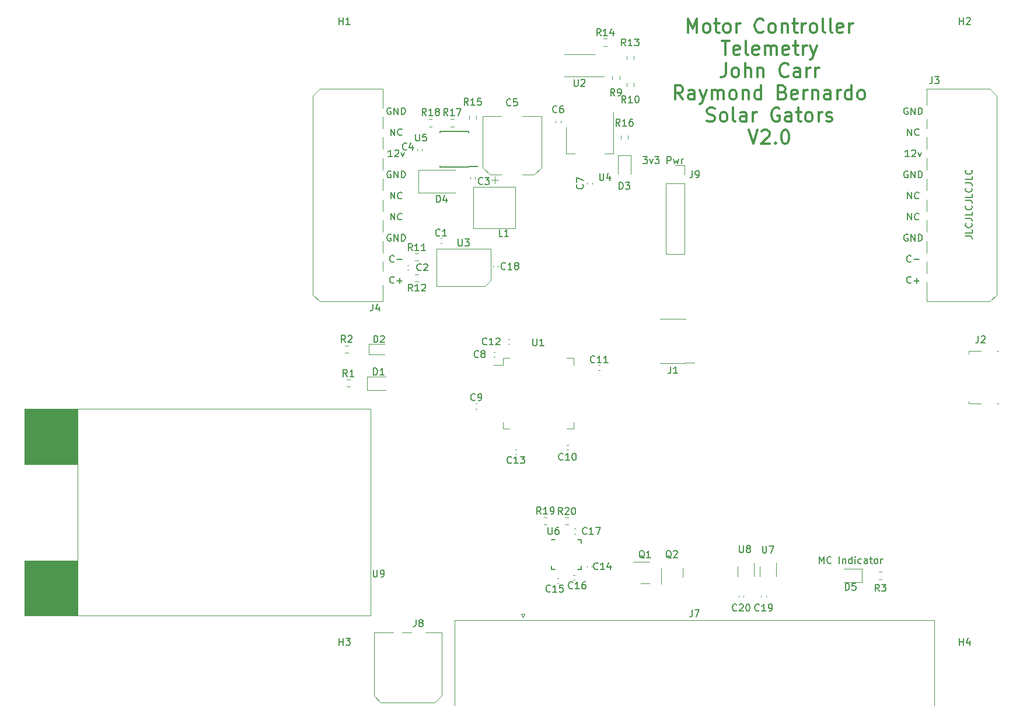
<source format=gbr>
%TF.GenerationSoftware,KiCad,Pcbnew,(6.0.2)*%
%TF.CreationDate,2022-03-24T13:41:09-04:00*%
%TF.ProjectId,MC_Telem,4d435f54-656c-4656-9d2e-6b696361645f,rev?*%
%TF.SameCoordinates,Original*%
%TF.FileFunction,Legend,Top*%
%TF.FilePolarity,Positive*%
%FSLAX46Y46*%
G04 Gerber Fmt 4.6, Leading zero omitted, Abs format (unit mm)*
G04 Created by KiCad (PCBNEW (6.0.2)) date 2022-03-24 13:41:09*
%MOMM*%
%LPD*%
G01*
G04 APERTURE LIST*
%ADD10C,0.150000*%
%ADD11C,0.300000*%
%ADD12C,0.120000*%
%ADD13C,0.100000*%
G04 APERTURE END LIST*
D10*
X170077380Y-91944047D02*
X170791666Y-91944047D01*
X170934523Y-91991666D01*
X171029761Y-92086904D01*
X171077380Y-92229761D01*
X171077380Y-92325000D01*
X171077380Y-90991666D02*
X171077380Y-91467857D01*
X170077380Y-91467857D01*
X170982142Y-90086904D02*
X171029761Y-90134523D01*
X171077380Y-90277380D01*
X171077380Y-90372619D01*
X171029761Y-90515476D01*
X170934523Y-90610714D01*
X170839285Y-90658333D01*
X170648809Y-90705952D01*
X170505952Y-90705952D01*
X170315476Y-90658333D01*
X170220238Y-90610714D01*
X170125000Y-90515476D01*
X170077380Y-90372619D01*
X170077380Y-90277380D01*
X170125000Y-90134523D01*
X170172619Y-90086904D01*
X170077380Y-89372619D02*
X170791666Y-89372619D01*
X170934523Y-89420238D01*
X171029761Y-89515476D01*
X171077380Y-89658333D01*
X171077380Y-89753571D01*
X171077380Y-88420238D02*
X171077380Y-88896428D01*
X170077380Y-88896428D01*
X170982142Y-87515476D02*
X171029761Y-87563095D01*
X171077380Y-87705952D01*
X171077380Y-87801190D01*
X171029761Y-87944047D01*
X170934523Y-88039285D01*
X170839285Y-88086904D01*
X170648809Y-88134523D01*
X170505952Y-88134523D01*
X170315476Y-88086904D01*
X170220238Y-88039285D01*
X170125000Y-87944047D01*
X170077380Y-87801190D01*
X170077380Y-87705952D01*
X170125000Y-87563095D01*
X170172619Y-87515476D01*
X170077380Y-86801190D02*
X170791666Y-86801190D01*
X170934523Y-86848809D01*
X171029761Y-86944047D01*
X171077380Y-87086904D01*
X171077380Y-87182142D01*
X171077380Y-85848809D02*
X171077380Y-86325000D01*
X170077380Y-86325000D01*
X170982142Y-84944047D02*
X171029761Y-84991666D01*
X171077380Y-85134523D01*
X171077380Y-85229761D01*
X171029761Y-85372619D01*
X170934523Y-85467857D01*
X170839285Y-85515476D01*
X170648809Y-85563095D01*
X170505952Y-85563095D01*
X170315476Y-85515476D01*
X170220238Y-85467857D01*
X170125000Y-85372619D01*
X170077380Y-85229761D01*
X170077380Y-85134523D01*
X170125000Y-84991666D01*
X170172619Y-84944047D01*
X170077380Y-84229761D02*
X170791666Y-84229761D01*
X170934523Y-84277380D01*
X171029761Y-84372619D01*
X171077380Y-84515476D01*
X171077380Y-84610714D01*
X171077380Y-83277380D02*
X171077380Y-83753571D01*
X170077380Y-83753571D01*
X170982142Y-82372619D02*
X171029761Y-82420238D01*
X171077380Y-82563095D01*
X171077380Y-82658333D01*
X171029761Y-82801190D01*
X170934523Y-82896428D01*
X170839285Y-82944047D01*
X170648809Y-82991666D01*
X170505952Y-82991666D01*
X170315476Y-82944047D01*
X170220238Y-82896428D01*
X170125000Y-82801190D01*
X170077380Y-82658333D01*
X170077380Y-82563095D01*
X170125000Y-82420238D01*
X170172619Y-82372619D01*
X161738095Y-73389000D02*
X161642857Y-73343761D01*
X161500000Y-73343761D01*
X161357142Y-73389000D01*
X161261904Y-73479476D01*
X161214285Y-73569952D01*
X161166666Y-73750904D01*
X161166666Y-73886619D01*
X161214285Y-74067571D01*
X161261904Y-74158047D01*
X161357142Y-74248523D01*
X161500000Y-74293761D01*
X161595238Y-74293761D01*
X161738095Y-74248523D01*
X161785714Y-74203285D01*
X161785714Y-73886619D01*
X161595238Y-73886619D01*
X162214285Y-74293761D02*
X162214285Y-73343761D01*
X162785714Y-74293761D01*
X162785714Y-73343761D01*
X163261904Y-74293761D02*
X163261904Y-73343761D01*
X163500000Y-73343761D01*
X163642857Y-73389000D01*
X163738095Y-73479476D01*
X163785714Y-73569952D01*
X163833333Y-73750904D01*
X163833333Y-73886619D01*
X163785714Y-74067571D01*
X163738095Y-74158047D01*
X163642857Y-74248523D01*
X163500000Y-74293761D01*
X163261904Y-74293761D01*
X161714285Y-77352761D02*
X161714285Y-76402761D01*
X162285714Y-77352761D01*
X162285714Y-76402761D01*
X163333333Y-77262285D02*
X163285714Y-77307523D01*
X163142857Y-77352761D01*
X163047619Y-77352761D01*
X162904761Y-77307523D01*
X162809523Y-77217047D01*
X162761904Y-77126571D01*
X162714285Y-76945619D01*
X162714285Y-76809904D01*
X162761904Y-76628952D01*
X162809523Y-76538476D01*
X162904761Y-76448000D01*
X163047619Y-76402761D01*
X163142857Y-76402761D01*
X163285714Y-76448000D01*
X163333333Y-76493238D01*
X161928571Y-80411761D02*
X161357142Y-80411761D01*
X161642857Y-80411761D02*
X161642857Y-79461761D01*
X161547619Y-79597476D01*
X161452380Y-79687952D01*
X161357142Y-79733190D01*
X162309523Y-79552238D02*
X162357142Y-79507000D01*
X162452380Y-79461761D01*
X162690476Y-79461761D01*
X162785714Y-79507000D01*
X162833333Y-79552238D01*
X162880952Y-79642714D01*
X162880952Y-79733190D01*
X162833333Y-79868904D01*
X162261904Y-80411761D01*
X162880952Y-80411761D01*
X163214285Y-79778428D02*
X163452380Y-80411761D01*
X163690476Y-79778428D01*
X161738095Y-82566000D02*
X161642857Y-82520761D01*
X161500000Y-82520761D01*
X161357142Y-82566000D01*
X161261904Y-82656476D01*
X161214285Y-82746952D01*
X161166666Y-82927904D01*
X161166666Y-83063619D01*
X161214285Y-83244571D01*
X161261904Y-83335047D01*
X161357142Y-83425523D01*
X161500000Y-83470761D01*
X161595238Y-83470761D01*
X161738095Y-83425523D01*
X161785714Y-83380285D01*
X161785714Y-83063619D01*
X161595238Y-83063619D01*
X162214285Y-83470761D02*
X162214285Y-82520761D01*
X162785714Y-83470761D01*
X162785714Y-82520761D01*
X163261904Y-83470761D02*
X163261904Y-82520761D01*
X163500000Y-82520761D01*
X163642857Y-82566000D01*
X163738095Y-82656476D01*
X163785714Y-82746952D01*
X163833333Y-82927904D01*
X163833333Y-83063619D01*
X163785714Y-83244571D01*
X163738095Y-83335047D01*
X163642857Y-83425523D01*
X163500000Y-83470761D01*
X163261904Y-83470761D01*
X161714285Y-86529761D02*
X161714285Y-85579761D01*
X162285714Y-86529761D01*
X162285714Y-85579761D01*
X163333333Y-86439285D02*
X163285714Y-86484523D01*
X163142857Y-86529761D01*
X163047619Y-86529761D01*
X162904761Y-86484523D01*
X162809523Y-86394047D01*
X162761904Y-86303571D01*
X162714285Y-86122619D01*
X162714285Y-85986904D01*
X162761904Y-85805952D01*
X162809523Y-85715476D01*
X162904761Y-85625000D01*
X163047619Y-85579761D01*
X163142857Y-85579761D01*
X163285714Y-85625000D01*
X163333333Y-85670238D01*
X161714285Y-89588761D02*
X161714285Y-88638761D01*
X162285714Y-89588761D01*
X162285714Y-88638761D01*
X163333333Y-89498285D02*
X163285714Y-89543523D01*
X163142857Y-89588761D01*
X163047619Y-89588761D01*
X162904761Y-89543523D01*
X162809523Y-89453047D01*
X162761904Y-89362571D01*
X162714285Y-89181619D01*
X162714285Y-89045904D01*
X162761904Y-88864952D01*
X162809523Y-88774476D01*
X162904761Y-88684000D01*
X163047619Y-88638761D01*
X163142857Y-88638761D01*
X163285714Y-88684000D01*
X163333333Y-88729238D01*
X161738095Y-91743000D02*
X161642857Y-91697761D01*
X161500000Y-91697761D01*
X161357142Y-91743000D01*
X161261904Y-91833476D01*
X161214285Y-91923952D01*
X161166666Y-92104904D01*
X161166666Y-92240619D01*
X161214285Y-92421571D01*
X161261904Y-92512047D01*
X161357142Y-92602523D01*
X161500000Y-92647761D01*
X161595238Y-92647761D01*
X161738095Y-92602523D01*
X161785714Y-92557285D01*
X161785714Y-92240619D01*
X161595238Y-92240619D01*
X162214285Y-92647761D02*
X162214285Y-91697761D01*
X162785714Y-92647761D01*
X162785714Y-91697761D01*
X163261904Y-92647761D02*
X163261904Y-91697761D01*
X163500000Y-91697761D01*
X163642857Y-91743000D01*
X163738095Y-91833476D01*
X163785714Y-91923952D01*
X163833333Y-92104904D01*
X163833333Y-92240619D01*
X163785714Y-92421571D01*
X163738095Y-92512047D01*
X163642857Y-92602523D01*
X163500000Y-92647761D01*
X163261904Y-92647761D01*
X162190476Y-95616285D02*
X162142857Y-95661523D01*
X162000000Y-95706761D01*
X161904761Y-95706761D01*
X161761904Y-95661523D01*
X161666666Y-95571047D01*
X161619047Y-95480571D01*
X161571428Y-95299619D01*
X161571428Y-95163904D01*
X161619047Y-94982952D01*
X161666666Y-94892476D01*
X161761904Y-94802000D01*
X161904761Y-94756761D01*
X162000000Y-94756761D01*
X162142857Y-94802000D01*
X162190476Y-94847238D01*
X162619047Y-95344857D02*
X163380952Y-95344857D01*
X162190476Y-98675285D02*
X162142857Y-98720523D01*
X162000000Y-98765761D01*
X161904761Y-98765761D01*
X161761904Y-98720523D01*
X161666666Y-98630047D01*
X161619047Y-98539571D01*
X161571428Y-98358619D01*
X161571428Y-98222904D01*
X161619047Y-98041952D01*
X161666666Y-97951476D01*
X161761904Y-97861000D01*
X161904761Y-97815761D01*
X162000000Y-97815761D01*
X162142857Y-97861000D01*
X162190476Y-97906238D01*
X162619047Y-98403857D02*
X163380952Y-98403857D01*
X163000000Y-98765761D02*
X163000000Y-98041952D01*
X148906190Y-139402380D02*
X148906190Y-138402380D01*
X149239523Y-139116666D01*
X149572857Y-138402380D01*
X149572857Y-139402380D01*
X150620476Y-139307142D02*
X150572857Y-139354761D01*
X150430000Y-139402380D01*
X150334761Y-139402380D01*
X150191904Y-139354761D01*
X150096666Y-139259523D01*
X150049047Y-139164285D01*
X150001428Y-138973809D01*
X150001428Y-138830952D01*
X150049047Y-138640476D01*
X150096666Y-138545238D01*
X150191904Y-138450000D01*
X150334761Y-138402380D01*
X150430000Y-138402380D01*
X150572857Y-138450000D01*
X150620476Y-138497619D01*
X151810952Y-139402380D02*
X151810952Y-138402380D01*
X152287142Y-138735714D02*
X152287142Y-139402380D01*
X152287142Y-138830952D02*
X152334761Y-138783333D01*
X152430000Y-138735714D01*
X152572857Y-138735714D01*
X152668095Y-138783333D01*
X152715714Y-138878571D01*
X152715714Y-139402380D01*
X153620476Y-139402380D02*
X153620476Y-138402380D01*
X153620476Y-139354761D02*
X153525238Y-139402380D01*
X153334761Y-139402380D01*
X153239523Y-139354761D01*
X153191904Y-139307142D01*
X153144285Y-139211904D01*
X153144285Y-138926190D01*
X153191904Y-138830952D01*
X153239523Y-138783333D01*
X153334761Y-138735714D01*
X153525238Y-138735714D01*
X153620476Y-138783333D01*
X154096666Y-139402380D02*
X154096666Y-138735714D01*
X154096666Y-138402380D02*
X154049047Y-138450000D01*
X154096666Y-138497619D01*
X154144285Y-138450000D01*
X154096666Y-138402380D01*
X154096666Y-138497619D01*
X155001428Y-139354761D02*
X154906190Y-139402380D01*
X154715714Y-139402380D01*
X154620476Y-139354761D01*
X154572857Y-139307142D01*
X154525238Y-139211904D01*
X154525238Y-138926190D01*
X154572857Y-138830952D01*
X154620476Y-138783333D01*
X154715714Y-138735714D01*
X154906190Y-138735714D01*
X155001428Y-138783333D01*
X155858571Y-139402380D02*
X155858571Y-138878571D01*
X155810952Y-138783333D01*
X155715714Y-138735714D01*
X155525238Y-138735714D01*
X155430000Y-138783333D01*
X155858571Y-139354761D02*
X155763333Y-139402380D01*
X155525238Y-139402380D01*
X155430000Y-139354761D01*
X155382380Y-139259523D01*
X155382380Y-139164285D01*
X155430000Y-139069047D01*
X155525238Y-139021428D01*
X155763333Y-139021428D01*
X155858571Y-138973809D01*
X156191904Y-138735714D02*
X156572857Y-138735714D01*
X156334761Y-138402380D02*
X156334761Y-139259523D01*
X156382380Y-139354761D01*
X156477619Y-139402380D01*
X156572857Y-139402380D01*
X157049047Y-139402380D02*
X156953809Y-139354761D01*
X156906190Y-139307142D01*
X156858571Y-139211904D01*
X156858571Y-138926190D01*
X156906190Y-138830952D01*
X156953809Y-138783333D01*
X157049047Y-138735714D01*
X157191904Y-138735714D01*
X157287142Y-138783333D01*
X157334761Y-138830952D01*
X157382380Y-138926190D01*
X157382380Y-139211904D01*
X157334761Y-139307142D01*
X157287142Y-139354761D01*
X157191904Y-139402380D01*
X157049047Y-139402380D01*
X157810952Y-139402380D02*
X157810952Y-138735714D01*
X157810952Y-138926190D02*
X157858571Y-138830952D01*
X157906190Y-138783333D01*
X158001428Y-138735714D01*
X158096666Y-138735714D01*
X86738095Y-73389000D02*
X86642857Y-73343761D01*
X86500000Y-73343761D01*
X86357142Y-73389000D01*
X86261904Y-73479476D01*
X86214285Y-73569952D01*
X86166666Y-73750904D01*
X86166666Y-73886619D01*
X86214285Y-74067571D01*
X86261904Y-74158047D01*
X86357142Y-74248523D01*
X86500000Y-74293761D01*
X86595238Y-74293761D01*
X86738095Y-74248523D01*
X86785714Y-74203285D01*
X86785714Y-73886619D01*
X86595238Y-73886619D01*
X87214285Y-74293761D02*
X87214285Y-73343761D01*
X87785714Y-74293761D01*
X87785714Y-73343761D01*
X88261904Y-74293761D02*
X88261904Y-73343761D01*
X88500000Y-73343761D01*
X88642857Y-73389000D01*
X88738095Y-73479476D01*
X88785714Y-73569952D01*
X88833333Y-73750904D01*
X88833333Y-73886619D01*
X88785714Y-74067571D01*
X88738095Y-74158047D01*
X88642857Y-74248523D01*
X88500000Y-74293761D01*
X88261904Y-74293761D01*
X86714285Y-77352761D02*
X86714285Y-76402761D01*
X87285714Y-77352761D01*
X87285714Y-76402761D01*
X88333333Y-77262285D02*
X88285714Y-77307523D01*
X88142857Y-77352761D01*
X88047619Y-77352761D01*
X87904761Y-77307523D01*
X87809523Y-77217047D01*
X87761904Y-77126571D01*
X87714285Y-76945619D01*
X87714285Y-76809904D01*
X87761904Y-76628952D01*
X87809523Y-76538476D01*
X87904761Y-76448000D01*
X88047619Y-76402761D01*
X88142857Y-76402761D01*
X88285714Y-76448000D01*
X88333333Y-76493238D01*
X86928571Y-80411761D02*
X86357142Y-80411761D01*
X86642857Y-80411761D02*
X86642857Y-79461761D01*
X86547619Y-79597476D01*
X86452380Y-79687952D01*
X86357142Y-79733190D01*
X87309523Y-79552238D02*
X87357142Y-79507000D01*
X87452380Y-79461761D01*
X87690476Y-79461761D01*
X87785714Y-79507000D01*
X87833333Y-79552238D01*
X87880952Y-79642714D01*
X87880952Y-79733190D01*
X87833333Y-79868904D01*
X87261904Y-80411761D01*
X87880952Y-80411761D01*
X88214285Y-79778428D02*
X88452380Y-80411761D01*
X88690476Y-79778428D01*
X86738095Y-82566000D02*
X86642857Y-82520761D01*
X86500000Y-82520761D01*
X86357142Y-82566000D01*
X86261904Y-82656476D01*
X86214285Y-82746952D01*
X86166666Y-82927904D01*
X86166666Y-83063619D01*
X86214285Y-83244571D01*
X86261904Y-83335047D01*
X86357142Y-83425523D01*
X86500000Y-83470761D01*
X86595238Y-83470761D01*
X86738095Y-83425523D01*
X86785714Y-83380285D01*
X86785714Y-83063619D01*
X86595238Y-83063619D01*
X87214285Y-83470761D02*
X87214285Y-82520761D01*
X87785714Y-83470761D01*
X87785714Y-82520761D01*
X88261904Y-83470761D02*
X88261904Y-82520761D01*
X88500000Y-82520761D01*
X88642857Y-82566000D01*
X88738095Y-82656476D01*
X88785714Y-82746952D01*
X88833333Y-82927904D01*
X88833333Y-83063619D01*
X88785714Y-83244571D01*
X88738095Y-83335047D01*
X88642857Y-83425523D01*
X88500000Y-83470761D01*
X88261904Y-83470761D01*
X86714285Y-86529761D02*
X86714285Y-85579761D01*
X87285714Y-86529761D01*
X87285714Y-85579761D01*
X88333333Y-86439285D02*
X88285714Y-86484523D01*
X88142857Y-86529761D01*
X88047619Y-86529761D01*
X87904761Y-86484523D01*
X87809523Y-86394047D01*
X87761904Y-86303571D01*
X87714285Y-86122619D01*
X87714285Y-85986904D01*
X87761904Y-85805952D01*
X87809523Y-85715476D01*
X87904761Y-85625000D01*
X88047619Y-85579761D01*
X88142857Y-85579761D01*
X88285714Y-85625000D01*
X88333333Y-85670238D01*
X86714285Y-89588761D02*
X86714285Y-88638761D01*
X87285714Y-89588761D01*
X87285714Y-88638761D01*
X88333333Y-89498285D02*
X88285714Y-89543523D01*
X88142857Y-89588761D01*
X88047619Y-89588761D01*
X87904761Y-89543523D01*
X87809523Y-89453047D01*
X87761904Y-89362571D01*
X87714285Y-89181619D01*
X87714285Y-89045904D01*
X87761904Y-88864952D01*
X87809523Y-88774476D01*
X87904761Y-88684000D01*
X88047619Y-88638761D01*
X88142857Y-88638761D01*
X88285714Y-88684000D01*
X88333333Y-88729238D01*
X86738095Y-91743000D02*
X86642857Y-91697761D01*
X86500000Y-91697761D01*
X86357142Y-91743000D01*
X86261904Y-91833476D01*
X86214285Y-91923952D01*
X86166666Y-92104904D01*
X86166666Y-92240619D01*
X86214285Y-92421571D01*
X86261904Y-92512047D01*
X86357142Y-92602523D01*
X86500000Y-92647761D01*
X86595238Y-92647761D01*
X86738095Y-92602523D01*
X86785714Y-92557285D01*
X86785714Y-92240619D01*
X86595238Y-92240619D01*
X87214285Y-92647761D02*
X87214285Y-91697761D01*
X87785714Y-92647761D01*
X87785714Y-91697761D01*
X88261904Y-92647761D02*
X88261904Y-91697761D01*
X88500000Y-91697761D01*
X88642857Y-91743000D01*
X88738095Y-91833476D01*
X88785714Y-91923952D01*
X88833333Y-92104904D01*
X88833333Y-92240619D01*
X88785714Y-92421571D01*
X88738095Y-92512047D01*
X88642857Y-92602523D01*
X88500000Y-92647761D01*
X88261904Y-92647761D01*
X87190476Y-95616285D02*
X87142857Y-95661523D01*
X87000000Y-95706761D01*
X86904761Y-95706761D01*
X86761904Y-95661523D01*
X86666666Y-95571047D01*
X86619047Y-95480571D01*
X86571428Y-95299619D01*
X86571428Y-95163904D01*
X86619047Y-94982952D01*
X86666666Y-94892476D01*
X86761904Y-94802000D01*
X86904761Y-94756761D01*
X87000000Y-94756761D01*
X87142857Y-94802000D01*
X87190476Y-94847238D01*
X87619047Y-95344857D02*
X88380952Y-95344857D01*
X87190476Y-98675285D02*
X87142857Y-98720523D01*
X87000000Y-98765761D01*
X86904761Y-98765761D01*
X86761904Y-98720523D01*
X86666666Y-98630047D01*
X86619047Y-98539571D01*
X86571428Y-98358619D01*
X86571428Y-98222904D01*
X86619047Y-98041952D01*
X86666666Y-97951476D01*
X86761904Y-97861000D01*
X86904761Y-97815761D01*
X87000000Y-97815761D01*
X87142857Y-97861000D01*
X87190476Y-97906238D01*
X87619047Y-98403857D02*
X88380952Y-98403857D01*
X88000000Y-98765761D02*
X88000000Y-98041952D01*
X123315238Y-80442380D02*
X123934285Y-80442380D01*
X123600952Y-80823333D01*
X123743809Y-80823333D01*
X123839047Y-80870952D01*
X123886666Y-80918571D01*
X123934285Y-81013809D01*
X123934285Y-81251904D01*
X123886666Y-81347142D01*
X123839047Y-81394761D01*
X123743809Y-81442380D01*
X123458095Y-81442380D01*
X123362857Y-81394761D01*
X123315238Y-81347142D01*
X124267619Y-80775714D02*
X124505714Y-81442380D01*
X124743809Y-80775714D01*
X125029523Y-80442380D02*
X125648571Y-80442380D01*
X125315238Y-80823333D01*
X125458095Y-80823333D01*
X125553333Y-80870952D01*
X125600952Y-80918571D01*
X125648571Y-81013809D01*
X125648571Y-81251904D01*
X125600952Y-81347142D01*
X125553333Y-81394761D01*
X125458095Y-81442380D01*
X125172380Y-81442380D01*
X125077142Y-81394761D01*
X125029523Y-81347142D01*
X126839047Y-81442380D02*
X126839047Y-80442380D01*
X127220000Y-80442380D01*
X127315238Y-80490000D01*
X127362857Y-80537619D01*
X127410476Y-80632857D01*
X127410476Y-80775714D01*
X127362857Y-80870952D01*
X127315238Y-80918571D01*
X127220000Y-80966190D01*
X126839047Y-80966190D01*
X127743809Y-80775714D02*
X127934285Y-81442380D01*
X128124761Y-80966190D01*
X128315238Y-81442380D01*
X128505714Y-80775714D01*
X128886666Y-81442380D02*
X128886666Y-80775714D01*
X128886666Y-80966190D02*
X128934285Y-80870952D01*
X128981904Y-80823333D01*
X129077142Y-80775714D01*
X129172380Y-80775714D01*
D11*
X129817857Y-62454761D02*
X129817857Y-60454761D01*
X130484523Y-61883333D01*
X131151190Y-60454761D01*
X131151190Y-62454761D01*
X132389285Y-62454761D02*
X132198809Y-62359523D01*
X132103571Y-62264285D01*
X132008333Y-62073809D01*
X132008333Y-61502380D01*
X132103571Y-61311904D01*
X132198809Y-61216666D01*
X132389285Y-61121428D01*
X132675000Y-61121428D01*
X132865476Y-61216666D01*
X132960714Y-61311904D01*
X133055952Y-61502380D01*
X133055952Y-62073809D01*
X132960714Y-62264285D01*
X132865476Y-62359523D01*
X132675000Y-62454761D01*
X132389285Y-62454761D01*
X133627380Y-61121428D02*
X134389285Y-61121428D01*
X133913095Y-60454761D02*
X133913095Y-62169047D01*
X134008333Y-62359523D01*
X134198809Y-62454761D01*
X134389285Y-62454761D01*
X135341666Y-62454761D02*
X135151190Y-62359523D01*
X135055952Y-62264285D01*
X134960714Y-62073809D01*
X134960714Y-61502380D01*
X135055952Y-61311904D01*
X135151190Y-61216666D01*
X135341666Y-61121428D01*
X135627380Y-61121428D01*
X135817857Y-61216666D01*
X135913095Y-61311904D01*
X136008333Y-61502380D01*
X136008333Y-62073809D01*
X135913095Y-62264285D01*
X135817857Y-62359523D01*
X135627380Y-62454761D01*
X135341666Y-62454761D01*
X136865476Y-62454761D02*
X136865476Y-61121428D01*
X136865476Y-61502380D02*
X136960714Y-61311904D01*
X137055952Y-61216666D01*
X137246428Y-61121428D01*
X137436904Y-61121428D01*
X140770238Y-62264285D02*
X140675000Y-62359523D01*
X140389285Y-62454761D01*
X140198809Y-62454761D01*
X139913095Y-62359523D01*
X139722619Y-62169047D01*
X139627380Y-61978571D01*
X139532142Y-61597619D01*
X139532142Y-61311904D01*
X139627380Y-60930952D01*
X139722619Y-60740476D01*
X139913095Y-60550000D01*
X140198809Y-60454761D01*
X140389285Y-60454761D01*
X140675000Y-60550000D01*
X140770238Y-60645238D01*
X141913095Y-62454761D02*
X141722619Y-62359523D01*
X141627380Y-62264285D01*
X141532142Y-62073809D01*
X141532142Y-61502380D01*
X141627380Y-61311904D01*
X141722619Y-61216666D01*
X141913095Y-61121428D01*
X142198809Y-61121428D01*
X142389285Y-61216666D01*
X142484523Y-61311904D01*
X142579761Y-61502380D01*
X142579761Y-62073809D01*
X142484523Y-62264285D01*
X142389285Y-62359523D01*
X142198809Y-62454761D01*
X141913095Y-62454761D01*
X143436904Y-61121428D02*
X143436904Y-62454761D01*
X143436904Y-61311904D02*
X143532142Y-61216666D01*
X143722619Y-61121428D01*
X144008333Y-61121428D01*
X144198809Y-61216666D01*
X144294047Y-61407142D01*
X144294047Y-62454761D01*
X144960714Y-61121428D02*
X145722619Y-61121428D01*
X145246428Y-60454761D02*
X145246428Y-62169047D01*
X145341666Y-62359523D01*
X145532142Y-62454761D01*
X145722619Y-62454761D01*
X146389285Y-62454761D02*
X146389285Y-61121428D01*
X146389285Y-61502380D02*
X146484523Y-61311904D01*
X146579761Y-61216666D01*
X146770238Y-61121428D01*
X146960714Y-61121428D01*
X147913095Y-62454761D02*
X147722619Y-62359523D01*
X147627380Y-62264285D01*
X147532142Y-62073809D01*
X147532142Y-61502380D01*
X147627380Y-61311904D01*
X147722619Y-61216666D01*
X147913095Y-61121428D01*
X148198809Y-61121428D01*
X148389285Y-61216666D01*
X148484523Y-61311904D01*
X148579761Y-61502380D01*
X148579761Y-62073809D01*
X148484523Y-62264285D01*
X148389285Y-62359523D01*
X148198809Y-62454761D01*
X147913095Y-62454761D01*
X149722619Y-62454761D02*
X149532142Y-62359523D01*
X149436904Y-62169047D01*
X149436904Y-60454761D01*
X150770238Y-62454761D02*
X150579761Y-62359523D01*
X150484523Y-62169047D01*
X150484523Y-60454761D01*
X152294047Y-62359523D02*
X152103571Y-62454761D01*
X151722619Y-62454761D01*
X151532142Y-62359523D01*
X151436904Y-62169047D01*
X151436904Y-61407142D01*
X151532142Y-61216666D01*
X151722619Y-61121428D01*
X152103571Y-61121428D01*
X152294047Y-61216666D01*
X152389285Y-61407142D01*
X152389285Y-61597619D01*
X151436904Y-61788095D01*
X153246428Y-62454761D02*
X153246428Y-61121428D01*
X153246428Y-61502380D02*
X153341666Y-61311904D01*
X153436904Y-61216666D01*
X153627380Y-61121428D01*
X153817857Y-61121428D01*
X134722619Y-63674761D02*
X135865476Y-63674761D01*
X135294047Y-65674761D02*
X135294047Y-63674761D01*
X137294047Y-65579523D02*
X137103571Y-65674761D01*
X136722619Y-65674761D01*
X136532142Y-65579523D01*
X136436904Y-65389047D01*
X136436904Y-64627142D01*
X136532142Y-64436666D01*
X136722619Y-64341428D01*
X137103571Y-64341428D01*
X137294047Y-64436666D01*
X137389285Y-64627142D01*
X137389285Y-64817619D01*
X136436904Y-65008095D01*
X138532142Y-65674761D02*
X138341666Y-65579523D01*
X138246428Y-65389047D01*
X138246428Y-63674761D01*
X140055952Y-65579523D02*
X139865476Y-65674761D01*
X139484523Y-65674761D01*
X139294047Y-65579523D01*
X139198809Y-65389047D01*
X139198809Y-64627142D01*
X139294047Y-64436666D01*
X139484523Y-64341428D01*
X139865476Y-64341428D01*
X140055952Y-64436666D01*
X140151190Y-64627142D01*
X140151190Y-64817619D01*
X139198809Y-65008095D01*
X141008333Y-65674761D02*
X141008333Y-64341428D01*
X141008333Y-64531904D02*
X141103571Y-64436666D01*
X141294047Y-64341428D01*
X141579761Y-64341428D01*
X141770238Y-64436666D01*
X141865476Y-64627142D01*
X141865476Y-65674761D01*
X141865476Y-64627142D02*
X141960714Y-64436666D01*
X142151190Y-64341428D01*
X142436904Y-64341428D01*
X142627380Y-64436666D01*
X142722619Y-64627142D01*
X142722619Y-65674761D01*
X144436904Y-65579523D02*
X144246428Y-65674761D01*
X143865476Y-65674761D01*
X143675000Y-65579523D01*
X143579761Y-65389047D01*
X143579761Y-64627142D01*
X143675000Y-64436666D01*
X143865476Y-64341428D01*
X144246428Y-64341428D01*
X144436904Y-64436666D01*
X144532142Y-64627142D01*
X144532142Y-64817619D01*
X143579761Y-65008095D01*
X145103571Y-64341428D02*
X145865476Y-64341428D01*
X145389285Y-63674761D02*
X145389285Y-65389047D01*
X145484523Y-65579523D01*
X145675000Y-65674761D01*
X145865476Y-65674761D01*
X146532142Y-65674761D02*
X146532142Y-64341428D01*
X146532142Y-64722380D02*
X146627380Y-64531904D01*
X146722619Y-64436666D01*
X146913095Y-64341428D01*
X147103571Y-64341428D01*
X147579761Y-64341428D02*
X148055952Y-65674761D01*
X148532142Y-64341428D02*
X148055952Y-65674761D01*
X147865476Y-66150952D01*
X147770238Y-66246190D01*
X147579761Y-66341428D01*
X135341666Y-66894761D02*
X135341666Y-68323333D01*
X135246428Y-68609047D01*
X135055952Y-68799523D01*
X134770238Y-68894761D01*
X134579761Y-68894761D01*
X136579761Y-68894761D02*
X136389285Y-68799523D01*
X136294047Y-68704285D01*
X136198809Y-68513809D01*
X136198809Y-67942380D01*
X136294047Y-67751904D01*
X136389285Y-67656666D01*
X136579761Y-67561428D01*
X136865476Y-67561428D01*
X137055952Y-67656666D01*
X137151190Y-67751904D01*
X137246428Y-67942380D01*
X137246428Y-68513809D01*
X137151190Y-68704285D01*
X137055952Y-68799523D01*
X136865476Y-68894761D01*
X136579761Y-68894761D01*
X138103571Y-68894761D02*
X138103571Y-66894761D01*
X138960714Y-68894761D02*
X138960714Y-67847142D01*
X138865476Y-67656666D01*
X138675000Y-67561428D01*
X138389285Y-67561428D01*
X138198809Y-67656666D01*
X138103571Y-67751904D01*
X139913095Y-67561428D02*
X139913095Y-68894761D01*
X139913095Y-67751904D02*
X140008333Y-67656666D01*
X140198809Y-67561428D01*
X140484523Y-67561428D01*
X140675000Y-67656666D01*
X140770238Y-67847142D01*
X140770238Y-68894761D01*
X144389285Y-68704285D02*
X144294047Y-68799523D01*
X144008333Y-68894761D01*
X143817857Y-68894761D01*
X143532142Y-68799523D01*
X143341666Y-68609047D01*
X143246428Y-68418571D01*
X143151190Y-68037619D01*
X143151190Y-67751904D01*
X143246428Y-67370952D01*
X143341666Y-67180476D01*
X143532142Y-66990000D01*
X143817857Y-66894761D01*
X144008333Y-66894761D01*
X144294047Y-66990000D01*
X144389285Y-67085238D01*
X146103571Y-68894761D02*
X146103571Y-67847142D01*
X146008333Y-67656666D01*
X145817857Y-67561428D01*
X145436904Y-67561428D01*
X145246428Y-67656666D01*
X146103571Y-68799523D02*
X145913095Y-68894761D01*
X145436904Y-68894761D01*
X145246428Y-68799523D01*
X145151190Y-68609047D01*
X145151190Y-68418571D01*
X145246428Y-68228095D01*
X145436904Y-68132857D01*
X145913095Y-68132857D01*
X146103571Y-68037619D01*
X147055952Y-68894761D02*
X147055952Y-67561428D01*
X147055952Y-67942380D02*
X147151190Y-67751904D01*
X147246428Y-67656666D01*
X147436904Y-67561428D01*
X147627380Y-67561428D01*
X148294047Y-68894761D02*
X148294047Y-67561428D01*
X148294047Y-67942380D02*
X148389285Y-67751904D01*
X148484523Y-67656666D01*
X148675000Y-67561428D01*
X148865476Y-67561428D01*
X129103571Y-72114761D02*
X128436904Y-71162380D01*
X127960714Y-72114761D02*
X127960714Y-70114761D01*
X128722619Y-70114761D01*
X128913095Y-70210000D01*
X129008333Y-70305238D01*
X129103571Y-70495714D01*
X129103571Y-70781428D01*
X129008333Y-70971904D01*
X128913095Y-71067142D01*
X128722619Y-71162380D01*
X127960714Y-71162380D01*
X130817857Y-72114761D02*
X130817857Y-71067142D01*
X130722619Y-70876666D01*
X130532142Y-70781428D01*
X130151190Y-70781428D01*
X129960714Y-70876666D01*
X130817857Y-72019523D02*
X130627380Y-72114761D01*
X130151190Y-72114761D01*
X129960714Y-72019523D01*
X129865476Y-71829047D01*
X129865476Y-71638571D01*
X129960714Y-71448095D01*
X130151190Y-71352857D01*
X130627380Y-71352857D01*
X130817857Y-71257619D01*
X131579761Y-70781428D02*
X132055952Y-72114761D01*
X132532142Y-70781428D02*
X132055952Y-72114761D01*
X131865476Y-72590952D01*
X131770238Y-72686190D01*
X131579761Y-72781428D01*
X133294047Y-72114761D02*
X133294047Y-70781428D01*
X133294047Y-70971904D02*
X133389285Y-70876666D01*
X133579761Y-70781428D01*
X133865476Y-70781428D01*
X134055952Y-70876666D01*
X134151190Y-71067142D01*
X134151190Y-72114761D01*
X134151190Y-71067142D02*
X134246428Y-70876666D01*
X134436904Y-70781428D01*
X134722619Y-70781428D01*
X134913095Y-70876666D01*
X135008333Y-71067142D01*
X135008333Y-72114761D01*
X136246428Y-72114761D02*
X136055952Y-72019523D01*
X135960714Y-71924285D01*
X135865476Y-71733809D01*
X135865476Y-71162380D01*
X135960714Y-70971904D01*
X136055952Y-70876666D01*
X136246428Y-70781428D01*
X136532142Y-70781428D01*
X136722619Y-70876666D01*
X136817857Y-70971904D01*
X136913095Y-71162380D01*
X136913095Y-71733809D01*
X136817857Y-71924285D01*
X136722619Y-72019523D01*
X136532142Y-72114761D01*
X136246428Y-72114761D01*
X137770238Y-70781428D02*
X137770238Y-72114761D01*
X137770238Y-70971904D02*
X137865476Y-70876666D01*
X138055952Y-70781428D01*
X138341666Y-70781428D01*
X138532142Y-70876666D01*
X138627380Y-71067142D01*
X138627380Y-72114761D01*
X140436904Y-72114761D02*
X140436904Y-70114761D01*
X140436904Y-72019523D02*
X140246428Y-72114761D01*
X139865476Y-72114761D01*
X139675000Y-72019523D01*
X139579761Y-71924285D01*
X139484523Y-71733809D01*
X139484523Y-71162380D01*
X139579761Y-70971904D01*
X139675000Y-70876666D01*
X139865476Y-70781428D01*
X140246428Y-70781428D01*
X140436904Y-70876666D01*
X143579761Y-71067142D02*
X143865476Y-71162380D01*
X143960714Y-71257619D01*
X144055952Y-71448095D01*
X144055952Y-71733809D01*
X143960714Y-71924285D01*
X143865476Y-72019523D01*
X143675000Y-72114761D01*
X142913095Y-72114761D01*
X142913095Y-70114761D01*
X143579761Y-70114761D01*
X143770238Y-70210000D01*
X143865476Y-70305238D01*
X143960714Y-70495714D01*
X143960714Y-70686190D01*
X143865476Y-70876666D01*
X143770238Y-70971904D01*
X143579761Y-71067142D01*
X142913095Y-71067142D01*
X145675000Y-72019523D02*
X145484523Y-72114761D01*
X145103571Y-72114761D01*
X144913095Y-72019523D01*
X144817857Y-71829047D01*
X144817857Y-71067142D01*
X144913095Y-70876666D01*
X145103571Y-70781428D01*
X145484523Y-70781428D01*
X145675000Y-70876666D01*
X145770238Y-71067142D01*
X145770238Y-71257619D01*
X144817857Y-71448095D01*
X146627380Y-72114761D02*
X146627380Y-70781428D01*
X146627380Y-71162380D02*
X146722619Y-70971904D01*
X146817857Y-70876666D01*
X147008333Y-70781428D01*
X147198809Y-70781428D01*
X147865476Y-70781428D02*
X147865476Y-72114761D01*
X147865476Y-70971904D02*
X147960714Y-70876666D01*
X148151190Y-70781428D01*
X148436904Y-70781428D01*
X148627380Y-70876666D01*
X148722619Y-71067142D01*
X148722619Y-72114761D01*
X150532142Y-72114761D02*
X150532142Y-71067142D01*
X150436904Y-70876666D01*
X150246428Y-70781428D01*
X149865476Y-70781428D01*
X149675000Y-70876666D01*
X150532142Y-72019523D02*
X150341666Y-72114761D01*
X149865476Y-72114761D01*
X149675000Y-72019523D01*
X149579761Y-71829047D01*
X149579761Y-71638571D01*
X149675000Y-71448095D01*
X149865476Y-71352857D01*
X150341666Y-71352857D01*
X150532142Y-71257619D01*
X151484523Y-72114761D02*
X151484523Y-70781428D01*
X151484523Y-71162380D02*
X151579761Y-70971904D01*
X151675000Y-70876666D01*
X151865476Y-70781428D01*
X152055952Y-70781428D01*
X153579761Y-72114761D02*
X153579761Y-70114761D01*
X153579761Y-72019523D02*
X153389285Y-72114761D01*
X153008333Y-72114761D01*
X152817857Y-72019523D01*
X152722619Y-71924285D01*
X152627380Y-71733809D01*
X152627380Y-71162380D01*
X152722619Y-70971904D01*
X152817857Y-70876666D01*
X153008333Y-70781428D01*
X153389285Y-70781428D01*
X153579761Y-70876666D01*
X154817857Y-72114761D02*
X154627380Y-72019523D01*
X154532142Y-71924285D01*
X154436904Y-71733809D01*
X154436904Y-71162380D01*
X154532142Y-70971904D01*
X154627380Y-70876666D01*
X154817857Y-70781428D01*
X155103571Y-70781428D01*
X155294047Y-70876666D01*
X155389285Y-70971904D01*
X155484523Y-71162380D01*
X155484523Y-71733809D01*
X155389285Y-71924285D01*
X155294047Y-72019523D01*
X155103571Y-72114761D01*
X154817857Y-72114761D01*
X132579761Y-75239523D02*
X132865476Y-75334761D01*
X133341666Y-75334761D01*
X133532142Y-75239523D01*
X133627380Y-75144285D01*
X133722619Y-74953809D01*
X133722619Y-74763333D01*
X133627380Y-74572857D01*
X133532142Y-74477619D01*
X133341666Y-74382380D01*
X132960714Y-74287142D01*
X132770238Y-74191904D01*
X132675000Y-74096666D01*
X132579761Y-73906190D01*
X132579761Y-73715714D01*
X132675000Y-73525238D01*
X132770238Y-73430000D01*
X132960714Y-73334761D01*
X133436904Y-73334761D01*
X133722619Y-73430000D01*
X134865476Y-75334761D02*
X134675000Y-75239523D01*
X134579761Y-75144285D01*
X134484523Y-74953809D01*
X134484523Y-74382380D01*
X134579761Y-74191904D01*
X134675000Y-74096666D01*
X134865476Y-74001428D01*
X135151190Y-74001428D01*
X135341666Y-74096666D01*
X135436904Y-74191904D01*
X135532142Y-74382380D01*
X135532142Y-74953809D01*
X135436904Y-75144285D01*
X135341666Y-75239523D01*
X135151190Y-75334761D01*
X134865476Y-75334761D01*
X136675000Y-75334761D02*
X136484523Y-75239523D01*
X136389285Y-75049047D01*
X136389285Y-73334761D01*
X138294047Y-75334761D02*
X138294047Y-74287142D01*
X138198809Y-74096666D01*
X138008333Y-74001428D01*
X137627380Y-74001428D01*
X137436904Y-74096666D01*
X138294047Y-75239523D02*
X138103571Y-75334761D01*
X137627380Y-75334761D01*
X137436904Y-75239523D01*
X137341666Y-75049047D01*
X137341666Y-74858571D01*
X137436904Y-74668095D01*
X137627380Y-74572857D01*
X138103571Y-74572857D01*
X138294047Y-74477619D01*
X139246428Y-75334761D02*
X139246428Y-74001428D01*
X139246428Y-74382380D02*
X139341666Y-74191904D01*
X139436904Y-74096666D01*
X139627380Y-74001428D01*
X139817857Y-74001428D01*
X143055952Y-73430000D02*
X142865476Y-73334761D01*
X142579761Y-73334761D01*
X142294047Y-73430000D01*
X142103571Y-73620476D01*
X142008333Y-73810952D01*
X141913095Y-74191904D01*
X141913095Y-74477619D01*
X142008333Y-74858571D01*
X142103571Y-75049047D01*
X142294047Y-75239523D01*
X142579761Y-75334761D01*
X142770238Y-75334761D01*
X143055952Y-75239523D01*
X143151190Y-75144285D01*
X143151190Y-74477619D01*
X142770238Y-74477619D01*
X144865476Y-75334761D02*
X144865476Y-74287142D01*
X144770238Y-74096666D01*
X144579761Y-74001428D01*
X144198809Y-74001428D01*
X144008333Y-74096666D01*
X144865476Y-75239523D02*
X144675000Y-75334761D01*
X144198809Y-75334761D01*
X144008333Y-75239523D01*
X143913095Y-75049047D01*
X143913095Y-74858571D01*
X144008333Y-74668095D01*
X144198809Y-74572857D01*
X144675000Y-74572857D01*
X144865476Y-74477619D01*
X145532142Y-74001428D02*
X146294047Y-74001428D01*
X145817857Y-73334761D02*
X145817857Y-75049047D01*
X145913095Y-75239523D01*
X146103571Y-75334761D01*
X146294047Y-75334761D01*
X147246428Y-75334761D02*
X147055952Y-75239523D01*
X146960714Y-75144285D01*
X146865476Y-74953809D01*
X146865476Y-74382380D01*
X146960714Y-74191904D01*
X147055952Y-74096666D01*
X147246428Y-74001428D01*
X147532142Y-74001428D01*
X147722619Y-74096666D01*
X147817857Y-74191904D01*
X147913095Y-74382380D01*
X147913095Y-74953809D01*
X147817857Y-75144285D01*
X147722619Y-75239523D01*
X147532142Y-75334761D01*
X147246428Y-75334761D01*
X148770238Y-75334761D02*
X148770238Y-74001428D01*
X148770238Y-74382380D02*
X148865476Y-74191904D01*
X148960714Y-74096666D01*
X149151190Y-74001428D01*
X149341666Y-74001428D01*
X149913095Y-75239523D02*
X150103571Y-75334761D01*
X150484523Y-75334761D01*
X150675000Y-75239523D01*
X150770238Y-75049047D01*
X150770238Y-74953809D01*
X150675000Y-74763333D01*
X150484523Y-74668095D01*
X150198809Y-74668095D01*
X150008333Y-74572857D01*
X149913095Y-74382380D01*
X149913095Y-74287142D01*
X150008333Y-74096666D01*
X150198809Y-74001428D01*
X150484523Y-74001428D01*
X150675000Y-74096666D01*
X138627380Y-76554761D02*
X139294047Y-78554761D01*
X139960714Y-76554761D01*
X140532142Y-76745238D02*
X140627380Y-76650000D01*
X140817857Y-76554761D01*
X141294047Y-76554761D01*
X141484523Y-76650000D01*
X141579761Y-76745238D01*
X141675000Y-76935714D01*
X141675000Y-77126190D01*
X141579761Y-77411904D01*
X140436904Y-78554761D01*
X141675000Y-78554761D01*
X142532142Y-78364285D02*
X142627380Y-78459523D01*
X142532142Y-78554761D01*
X142436904Y-78459523D01*
X142532142Y-78364285D01*
X142532142Y-78554761D01*
X143865476Y-76554761D02*
X144055952Y-76554761D01*
X144246428Y-76650000D01*
X144341666Y-76745238D01*
X144436904Y-76935714D01*
X144532142Y-77316666D01*
X144532142Y-77792857D01*
X144436904Y-78173809D01*
X144341666Y-78364285D01*
X144246428Y-78459523D01*
X144055952Y-78554761D01*
X143865476Y-78554761D01*
X143675000Y-78459523D01*
X143579761Y-78364285D01*
X143484523Y-78173809D01*
X143389285Y-77792857D01*
X143389285Y-77316666D01*
X143484523Y-76935714D01*
X143579761Y-76745238D01*
X143675000Y-76650000D01*
X143865476Y-76554761D01*
D10*
%TO.C,C1*%
X93853333Y-91847142D02*
X93805714Y-91894761D01*
X93662857Y-91942380D01*
X93567619Y-91942380D01*
X93424761Y-91894761D01*
X93329523Y-91799523D01*
X93281904Y-91704285D01*
X93234285Y-91513809D01*
X93234285Y-91370952D01*
X93281904Y-91180476D01*
X93329523Y-91085238D01*
X93424761Y-90990000D01*
X93567619Y-90942380D01*
X93662857Y-90942380D01*
X93805714Y-90990000D01*
X93853333Y-91037619D01*
X94805714Y-91942380D02*
X94234285Y-91942380D01*
X94520000Y-91942380D02*
X94520000Y-90942380D01*
X94424761Y-91085238D01*
X94329523Y-91180476D01*
X94234285Y-91228095D01*
%TO.C,C2*%
X91133333Y-96857142D02*
X91085714Y-96904761D01*
X90942857Y-96952380D01*
X90847619Y-96952380D01*
X90704761Y-96904761D01*
X90609523Y-96809523D01*
X90561904Y-96714285D01*
X90514285Y-96523809D01*
X90514285Y-96380952D01*
X90561904Y-96190476D01*
X90609523Y-96095238D01*
X90704761Y-96000000D01*
X90847619Y-95952380D01*
X90942857Y-95952380D01*
X91085714Y-96000000D01*
X91133333Y-96047619D01*
X91514285Y-96047619D02*
X91561904Y-96000000D01*
X91657142Y-95952380D01*
X91895238Y-95952380D01*
X91990476Y-96000000D01*
X92038095Y-96047619D01*
X92085714Y-96142857D01*
X92085714Y-96238095D01*
X92038095Y-96380952D01*
X91466666Y-96952380D01*
X92085714Y-96952380D01*
%TO.C,C3*%
X100033333Y-84357142D02*
X99985714Y-84404761D01*
X99842857Y-84452380D01*
X99747619Y-84452380D01*
X99604761Y-84404761D01*
X99509523Y-84309523D01*
X99461904Y-84214285D01*
X99414285Y-84023809D01*
X99414285Y-83880952D01*
X99461904Y-83690476D01*
X99509523Y-83595238D01*
X99604761Y-83500000D01*
X99747619Y-83452380D01*
X99842857Y-83452380D01*
X99985714Y-83500000D01*
X100033333Y-83547619D01*
X100366666Y-83452380D02*
X100985714Y-83452380D01*
X100652380Y-83833333D01*
X100795238Y-83833333D01*
X100890476Y-83880952D01*
X100938095Y-83928571D01*
X100985714Y-84023809D01*
X100985714Y-84261904D01*
X100938095Y-84357142D01*
X100890476Y-84404761D01*
X100795238Y-84452380D01*
X100509523Y-84452380D01*
X100414285Y-84404761D01*
X100366666Y-84357142D01*
%TO.C,C4*%
X89033333Y-79357142D02*
X88985714Y-79404761D01*
X88842857Y-79452380D01*
X88747619Y-79452380D01*
X88604761Y-79404761D01*
X88509523Y-79309523D01*
X88461904Y-79214285D01*
X88414285Y-79023809D01*
X88414285Y-78880952D01*
X88461904Y-78690476D01*
X88509523Y-78595238D01*
X88604761Y-78500000D01*
X88747619Y-78452380D01*
X88842857Y-78452380D01*
X88985714Y-78500000D01*
X89033333Y-78547619D01*
X89890476Y-78785714D02*
X89890476Y-79452380D01*
X89652380Y-78404761D02*
X89414285Y-79119047D01*
X90033333Y-79119047D01*
%TO.C,C5*%
X104133333Y-72957142D02*
X104085714Y-73004761D01*
X103942857Y-73052380D01*
X103847619Y-73052380D01*
X103704761Y-73004761D01*
X103609523Y-72909523D01*
X103561904Y-72814285D01*
X103514285Y-72623809D01*
X103514285Y-72480952D01*
X103561904Y-72290476D01*
X103609523Y-72195238D01*
X103704761Y-72100000D01*
X103847619Y-72052380D01*
X103942857Y-72052380D01*
X104085714Y-72100000D01*
X104133333Y-72147619D01*
X105038095Y-72052380D02*
X104561904Y-72052380D01*
X104514285Y-72528571D01*
X104561904Y-72480952D01*
X104657142Y-72433333D01*
X104895238Y-72433333D01*
X104990476Y-72480952D01*
X105038095Y-72528571D01*
X105085714Y-72623809D01*
X105085714Y-72861904D01*
X105038095Y-72957142D01*
X104990476Y-73004761D01*
X104895238Y-73052380D01*
X104657142Y-73052380D01*
X104561904Y-73004761D01*
X104514285Y-72957142D01*
%TO.C,C6*%
X110833333Y-73957142D02*
X110785714Y-74004761D01*
X110642857Y-74052380D01*
X110547619Y-74052380D01*
X110404761Y-74004761D01*
X110309523Y-73909523D01*
X110261904Y-73814285D01*
X110214285Y-73623809D01*
X110214285Y-73480952D01*
X110261904Y-73290476D01*
X110309523Y-73195238D01*
X110404761Y-73100000D01*
X110547619Y-73052380D01*
X110642857Y-73052380D01*
X110785714Y-73100000D01*
X110833333Y-73147619D01*
X111690476Y-73052380D02*
X111500000Y-73052380D01*
X111404761Y-73100000D01*
X111357142Y-73147619D01*
X111261904Y-73290476D01*
X111214285Y-73480952D01*
X111214285Y-73861904D01*
X111261904Y-73957142D01*
X111309523Y-74004761D01*
X111404761Y-74052380D01*
X111595238Y-74052380D01*
X111690476Y-74004761D01*
X111738095Y-73957142D01*
X111785714Y-73861904D01*
X111785714Y-73623809D01*
X111738095Y-73528571D01*
X111690476Y-73480952D01*
X111595238Y-73433333D01*
X111404761Y-73433333D01*
X111309523Y-73480952D01*
X111261904Y-73528571D01*
X111214285Y-73623809D01*
%TO.C,C7*%
X114557142Y-84481666D02*
X114604761Y-84529285D01*
X114652380Y-84672142D01*
X114652380Y-84767380D01*
X114604761Y-84910238D01*
X114509523Y-85005476D01*
X114414285Y-85053095D01*
X114223809Y-85100714D01*
X114080952Y-85100714D01*
X113890476Y-85053095D01*
X113795238Y-85005476D01*
X113700000Y-84910238D01*
X113652380Y-84767380D01*
X113652380Y-84672142D01*
X113700000Y-84529285D01*
X113747619Y-84481666D01*
X113652380Y-84148333D02*
X113652380Y-83481666D01*
X114652380Y-83910238D01*
%TO.C,C8*%
X99447333Y-109457142D02*
X99399714Y-109504761D01*
X99256857Y-109552380D01*
X99161619Y-109552380D01*
X99018761Y-109504761D01*
X98923523Y-109409523D01*
X98875904Y-109314285D01*
X98828285Y-109123809D01*
X98828285Y-108980952D01*
X98875904Y-108790476D01*
X98923523Y-108695238D01*
X99018761Y-108600000D01*
X99161619Y-108552380D01*
X99256857Y-108552380D01*
X99399714Y-108600000D01*
X99447333Y-108647619D01*
X100018761Y-108980952D02*
X99923523Y-108933333D01*
X99875904Y-108885714D01*
X99828285Y-108790476D01*
X99828285Y-108742857D01*
X99875904Y-108647619D01*
X99923523Y-108600000D01*
X100018761Y-108552380D01*
X100209238Y-108552380D01*
X100304476Y-108600000D01*
X100352095Y-108647619D01*
X100399714Y-108742857D01*
X100399714Y-108790476D01*
X100352095Y-108885714D01*
X100304476Y-108933333D01*
X100209238Y-108980952D01*
X100018761Y-108980952D01*
X99923523Y-109028571D01*
X99875904Y-109076190D01*
X99828285Y-109171428D01*
X99828285Y-109361904D01*
X99875904Y-109457142D01*
X99923523Y-109504761D01*
X100018761Y-109552380D01*
X100209238Y-109552380D01*
X100304476Y-109504761D01*
X100352095Y-109457142D01*
X100399714Y-109361904D01*
X100399714Y-109171428D01*
X100352095Y-109076190D01*
X100304476Y-109028571D01*
X100209238Y-108980952D01*
%TO.C,C9*%
X98944133Y-115698542D02*
X98896514Y-115746161D01*
X98753657Y-115793780D01*
X98658419Y-115793780D01*
X98515561Y-115746161D01*
X98420323Y-115650923D01*
X98372704Y-115555685D01*
X98325085Y-115365209D01*
X98325085Y-115222352D01*
X98372704Y-115031876D01*
X98420323Y-114936638D01*
X98515561Y-114841400D01*
X98658419Y-114793780D01*
X98753657Y-114793780D01*
X98896514Y-114841400D01*
X98944133Y-114889019D01*
X99420323Y-115793780D02*
X99610800Y-115793780D01*
X99706038Y-115746161D01*
X99753657Y-115698542D01*
X99848895Y-115555685D01*
X99896514Y-115365209D01*
X99896514Y-114984257D01*
X99848895Y-114889019D01*
X99801276Y-114841400D01*
X99706038Y-114793780D01*
X99515561Y-114793780D01*
X99420323Y-114841400D01*
X99372704Y-114889019D01*
X99325085Y-114984257D01*
X99325085Y-115222352D01*
X99372704Y-115317590D01*
X99420323Y-115365209D01*
X99515561Y-115412828D01*
X99706038Y-115412828D01*
X99801276Y-115365209D01*
X99848895Y-115317590D01*
X99896514Y-115222352D01*
%TO.C,C10*%
X111701342Y-124334542D02*
X111653723Y-124382161D01*
X111510866Y-124429780D01*
X111415628Y-124429780D01*
X111272771Y-124382161D01*
X111177533Y-124286923D01*
X111129914Y-124191685D01*
X111082295Y-124001209D01*
X111082295Y-123858352D01*
X111129914Y-123667876D01*
X111177533Y-123572638D01*
X111272771Y-123477400D01*
X111415628Y-123429780D01*
X111510866Y-123429780D01*
X111653723Y-123477400D01*
X111701342Y-123525019D01*
X112653723Y-124429780D02*
X112082295Y-124429780D01*
X112368009Y-124429780D02*
X112368009Y-123429780D01*
X112272771Y-123572638D01*
X112177533Y-123667876D01*
X112082295Y-123715495D01*
X113272771Y-123429780D02*
X113368009Y-123429780D01*
X113463247Y-123477400D01*
X113510866Y-123525019D01*
X113558485Y-123620257D01*
X113606104Y-123810733D01*
X113606104Y-124048828D01*
X113558485Y-124239304D01*
X113510866Y-124334542D01*
X113463247Y-124382161D01*
X113368009Y-124429780D01*
X113272771Y-124429780D01*
X113177533Y-124382161D01*
X113129914Y-124334542D01*
X113082295Y-124239304D01*
X113034676Y-124048828D01*
X113034676Y-123810733D01*
X113082295Y-123620257D01*
X113129914Y-123525019D01*
X113177533Y-123477400D01*
X113272771Y-123429780D01*
%TO.C,C11*%
X116301142Y-110210542D02*
X116253523Y-110258161D01*
X116110666Y-110305780D01*
X116015428Y-110305780D01*
X115872571Y-110258161D01*
X115777333Y-110162923D01*
X115729714Y-110067685D01*
X115682095Y-109877209D01*
X115682095Y-109734352D01*
X115729714Y-109543876D01*
X115777333Y-109448638D01*
X115872571Y-109353400D01*
X116015428Y-109305780D01*
X116110666Y-109305780D01*
X116253523Y-109353400D01*
X116301142Y-109401019D01*
X117253523Y-110305780D02*
X116682095Y-110305780D01*
X116967809Y-110305780D02*
X116967809Y-109305780D01*
X116872571Y-109448638D01*
X116777333Y-109543876D01*
X116682095Y-109591495D01*
X118205904Y-110305780D02*
X117634476Y-110305780D01*
X117920190Y-110305780D02*
X117920190Y-109305780D01*
X117824952Y-109448638D01*
X117729714Y-109543876D01*
X117634476Y-109591495D01*
%TO.C,C13*%
X104231342Y-124793342D02*
X104183723Y-124840961D01*
X104040866Y-124888580D01*
X103945628Y-124888580D01*
X103802771Y-124840961D01*
X103707533Y-124745723D01*
X103659914Y-124650485D01*
X103612295Y-124460009D01*
X103612295Y-124317152D01*
X103659914Y-124126676D01*
X103707533Y-124031438D01*
X103802771Y-123936200D01*
X103945628Y-123888580D01*
X104040866Y-123888580D01*
X104183723Y-123936200D01*
X104231342Y-123983819D01*
X105183723Y-124888580D02*
X104612295Y-124888580D01*
X104898009Y-124888580D02*
X104898009Y-123888580D01*
X104802771Y-124031438D01*
X104707533Y-124126676D01*
X104612295Y-124174295D01*
X105517057Y-123888580D02*
X106136104Y-123888580D01*
X105802771Y-124269533D01*
X105945628Y-124269533D01*
X106040866Y-124317152D01*
X106088485Y-124364771D01*
X106136104Y-124460009D01*
X106136104Y-124698104D01*
X106088485Y-124793342D01*
X106040866Y-124840961D01*
X105945628Y-124888580D01*
X105659914Y-124888580D01*
X105564676Y-124840961D01*
X105517057Y-124793342D01*
%TO.C,C18*%
X103347142Y-96707142D02*
X103299523Y-96754761D01*
X103156666Y-96802380D01*
X103061428Y-96802380D01*
X102918571Y-96754761D01*
X102823333Y-96659523D01*
X102775714Y-96564285D01*
X102728095Y-96373809D01*
X102728095Y-96230952D01*
X102775714Y-96040476D01*
X102823333Y-95945238D01*
X102918571Y-95850000D01*
X103061428Y-95802380D01*
X103156666Y-95802380D01*
X103299523Y-95850000D01*
X103347142Y-95897619D01*
X104299523Y-96802380D02*
X103728095Y-96802380D01*
X104013809Y-96802380D02*
X104013809Y-95802380D01*
X103918571Y-95945238D01*
X103823333Y-96040476D01*
X103728095Y-96088095D01*
X104870952Y-96230952D02*
X104775714Y-96183333D01*
X104728095Y-96135714D01*
X104680476Y-96040476D01*
X104680476Y-95992857D01*
X104728095Y-95897619D01*
X104775714Y-95850000D01*
X104870952Y-95802380D01*
X105061428Y-95802380D01*
X105156666Y-95850000D01*
X105204285Y-95897619D01*
X105251904Y-95992857D01*
X105251904Y-96040476D01*
X105204285Y-96135714D01*
X105156666Y-96183333D01*
X105061428Y-96230952D01*
X104870952Y-96230952D01*
X104775714Y-96278571D01*
X104728095Y-96326190D01*
X104680476Y-96421428D01*
X104680476Y-96611904D01*
X104728095Y-96707142D01*
X104775714Y-96754761D01*
X104870952Y-96802380D01*
X105061428Y-96802380D01*
X105156666Y-96754761D01*
X105204285Y-96707142D01*
X105251904Y-96611904D01*
X105251904Y-96421428D01*
X105204285Y-96326190D01*
X105156666Y-96278571D01*
X105061428Y-96230952D01*
%TO.C,H1*%
X79238095Y-61252380D02*
X79238095Y-60252380D01*
X79238095Y-60728571D02*
X79809523Y-60728571D01*
X79809523Y-61252380D02*
X79809523Y-60252380D01*
X80809523Y-61252380D02*
X80238095Y-61252380D01*
X80523809Y-61252380D02*
X80523809Y-60252380D01*
X80428571Y-60395238D01*
X80333333Y-60490476D01*
X80238095Y-60538095D01*
%TO.C,H2*%
X169238095Y-61252380D02*
X169238095Y-60252380D01*
X169238095Y-60728571D02*
X169809523Y-60728571D01*
X169809523Y-61252380D02*
X169809523Y-60252380D01*
X170238095Y-60347619D02*
X170285714Y-60300000D01*
X170380952Y-60252380D01*
X170619047Y-60252380D01*
X170714285Y-60300000D01*
X170761904Y-60347619D01*
X170809523Y-60442857D01*
X170809523Y-60538095D01*
X170761904Y-60680952D01*
X170190476Y-61252380D01*
X170809523Y-61252380D01*
%TO.C,H4*%
X169238095Y-151252380D02*
X169238095Y-150252380D01*
X169238095Y-150728571D02*
X169809523Y-150728571D01*
X169809523Y-151252380D02*
X169809523Y-150252380D01*
X170714285Y-150585714D02*
X170714285Y-151252380D01*
X170476190Y-150204761D02*
X170238095Y-150919047D01*
X170857142Y-150919047D01*
%TO.C,J1*%
X127327066Y-110849980D02*
X127327066Y-111564266D01*
X127279447Y-111707123D01*
X127184209Y-111802361D01*
X127041352Y-111849980D01*
X126946114Y-111849980D01*
X128327066Y-111849980D02*
X127755638Y-111849980D01*
X128041352Y-111849980D02*
X128041352Y-110849980D01*
X127946114Y-110992838D01*
X127850876Y-111088076D01*
X127755638Y-111135695D01*
%TO.C,J2*%
X171966666Y-106427380D02*
X171966666Y-107141666D01*
X171919047Y-107284523D01*
X171823809Y-107379761D01*
X171680952Y-107427380D01*
X171585714Y-107427380D01*
X172395238Y-106522619D02*
X172442857Y-106475000D01*
X172538095Y-106427380D01*
X172776190Y-106427380D01*
X172871428Y-106475000D01*
X172919047Y-106522619D01*
X172966666Y-106617857D01*
X172966666Y-106713095D01*
X172919047Y-106855952D01*
X172347619Y-107427380D01*
X172966666Y-107427380D01*
%TO.C,J4*%
X84116666Y-101802380D02*
X84116666Y-102516666D01*
X84069047Y-102659523D01*
X83973809Y-102754761D01*
X83830952Y-102802380D01*
X83735714Y-102802380D01*
X85021428Y-102135714D02*
X85021428Y-102802380D01*
X84783333Y-101754761D02*
X84545238Y-102469047D01*
X85164285Y-102469047D01*
%TO.C,J8*%
X90366666Y-147552380D02*
X90366666Y-148266666D01*
X90319047Y-148409523D01*
X90223809Y-148504761D01*
X90080952Y-148552380D01*
X89985714Y-148552380D01*
X90985714Y-147980952D02*
X90890476Y-147933333D01*
X90842857Y-147885714D01*
X90795238Y-147790476D01*
X90795238Y-147742857D01*
X90842857Y-147647619D01*
X90890476Y-147600000D01*
X90985714Y-147552380D01*
X91176190Y-147552380D01*
X91271428Y-147600000D01*
X91319047Y-147647619D01*
X91366666Y-147742857D01*
X91366666Y-147790476D01*
X91319047Y-147885714D01*
X91271428Y-147933333D01*
X91176190Y-147980952D01*
X90985714Y-147980952D01*
X90890476Y-148028571D01*
X90842857Y-148076190D01*
X90795238Y-148171428D01*
X90795238Y-148361904D01*
X90842857Y-148457142D01*
X90890476Y-148504761D01*
X90985714Y-148552380D01*
X91176190Y-148552380D01*
X91271428Y-148504761D01*
X91319047Y-148457142D01*
X91366666Y-148361904D01*
X91366666Y-148171428D01*
X91319047Y-148076190D01*
X91271428Y-148028571D01*
X91176190Y-147980952D01*
%TO.C,J9*%
X130466666Y-82482380D02*
X130466666Y-83196666D01*
X130419047Y-83339523D01*
X130323809Y-83434761D01*
X130180952Y-83482380D01*
X130085714Y-83482380D01*
X130990476Y-83482380D02*
X131180952Y-83482380D01*
X131276190Y-83434761D01*
X131323809Y-83387142D01*
X131419047Y-83244285D01*
X131466666Y-83053809D01*
X131466666Y-82672857D01*
X131419047Y-82577619D01*
X131371428Y-82530000D01*
X131276190Y-82482380D01*
X131085714Y-82482380D01*
X130990476Y-82530000D01*
X130942857Y-82577619D01*
X130895238Y-82672857D01*
X130895238Y-82910952D01*
X130942857Y-83006190D01*
X130990476Y-83053809D01*
X131085714Y-83101428D01*
X131276190Y-83101428D01*
X131371428Y-83053809D01*
X131419047Y-83006190D01*
X131466666Y-82910952D01*
%TO.C,Q1*%
X123504761Y-138647619D02*
X123409523Y-138600000D01*
X123314285Y-138504761D01*
X123171428Y-138361904D01*
X123076190Y-138314285D01*
X122980952Y-138314285D01*
X123028571Y-138552380D02*
X122933333Y-138504761D01*
X122838095Y-138409523D01*
X122790476Y-138219047D01*
X122790476Y-137885714D01*
X122838095Y-137695238D01*
X122933333Y-137600000D01*
X123028571Y-137552380D01*
X123219047Y-137552380D01*
X123314285Y-137600000D01*
X123409523Y-137695238D01*
X123457142Y-137885714D01*
X123457142Y-138219047D01*
X123409523Y-138409523D01*
X123314285Y-138504761D01*
X123219047Y-138552380D01*
X123028571Y-138552380D01*
X124409523Y-138552380D02*
X123838095Y-138552380D01*
X124123809Y-138552380D02*
X124123809Y-137552380D01*
X124028571Y-137695238D01*
X123933333Y-137790476D01*
X123838095Y-137838095D01*
%TO.C,R9*%
X119213333Y-71592380D02*
X118880000Y-71116190D01*
X118641904Y-71592380D02*
X118641904Y-70592380D01*
X119022857Y-70592380D01*
X119118095Y-70640000D01*
X119165714Y-70687619D01*
X119213333Y-70782857D01*
X119213333Y-70925714D01*
X119165714Y-71020952D01*
X119118095Y-71068571D01*
X119022857Y-71116190D01*
X118641904Y-71116190D01*
X119689523Y-71592380D02*
X119880000Y-71592380D01*
X119975238Y-71544761D01*
X120022857Y-71497142D01*
X120118095Y-71354285D01*
X120165714Y-71163809D01*
X120165714Y-70782857D01*
X120118095Y-70687619D01*
X120070476Y-70640000D01*
X119975238Y-70592380D01*
X119784761Y-70592380D01*
X119689523Y-70640000D01*
X119641904Y-70687619D01*
X119594285Y-70782857D01*
X119594285Y-71020952D01*
X119641904Y-71116190D01*
X119689523Y-71163809D01*
X119784761Y-71211428D01*
X119975238Y-71211428D01*
X120070476Y-71163809D01*
X120118095Y-71116190D01*
X120165714Y-71020952D01*
%TO.C,R11*%
X89852262Y-94053920D02*
X89518929Y-93577730D01*
X89280834Y-94053920D02*
X89280834Y-93053920D01*
X89661786Y-93053920D01*
X89757024Y-93101540D01*
X89804643Y-93149159D01*
X89852262Y-93244397D01*
X89852262Y-93387254D01*
X89804643Y-93482492D01*
X89757024Y-93530111D01*
X89661786Y-93577730D01*
X89280834Y-93577730D01*
X90804643Y-94053920D02*
X90233215Y-94053920D01*
X90518929Y-94053920D02*
X90518929Y-93053920D01*
X90423691Y-93196778D01*
X90328453Y-93292016D01*
X90233215Y-93339635D01*
X91757024Y-94053920D02*
X91185596Y-94053920D01*
X91471310Y-94053920D02*
X91471310Y-93053920D01*
X91376072Y-93196778D01*
X91280834Y-93292016D01*
X91185596Y-93339635D01*
%TO.C,R13*%
X120807142Y-64362380D02*
X120473809Y-63886190D01*
X120235714Y-64362380D02*
X120235714Y-63362380D01*
X120616666Y-63362380D01*
X120711904Y-63410000D01*
X120759523Y-63457619D01*
X120807142Y-63552857D01*
X120807142Y-63695714D01*
X120759523Y-63790952D01*
X120711904Y-63838571D01*
X120616666Y-63886190D01*
X120235714Y-63886190D01*
X121759523Y-64362380D02*
X121188095Y-64362380D01*
X121473809Y-64362380D02*
X121473809Y-63362380D01*
X121378571Y-63505238D01*
X121283333Y-63600476D01*
X121188095Y-63648095D01*
X122092857Y-63362380D02*
X122711904Y-63362380D01*
X122378571Y-63743333D01*
X122521428Y-63743333D01*
X122616666Y-63790952D01*
X122664285Y-63838571D01*
X122711904Y-63933809D01*
X122711904Y-64171904D01*
X122664285Y-64267142D01*
X122616666Y-64314761D01*
X122521428Y-64362380D01*
X122235714Y-64362380D01*
X122140476Y-64314761D01*
X122092857Y-64267142D01*
%TO.C,R14*%
X117197142Y-62902380D02*
X116863809Y-62426190D01*
X116625714Y-62902380D02*
X116625714Y-61902380D01*
X117006666Y-61902380D01*
X117101904Y-61950000D01*
X117149523Y-61997619D01*
X117197142Y-62092857D01*
X117197142Y-62235714D01*
X117149523Y-62330952D01*
X117101904Y-62378571D01*
X117006666Y-62426190D01*
X116625714Y-62426190D01*
X118149523Y-62902380D02*
X117578095Y-62902380D01*
X117863809Y-62902380D02*
X117863809Y-61902380D01*
X117768571Y-62045238D01*
X117673333Y-62140476D01*
X117578095Y-62188095D01*
X119006666Y-62235714D02*
X119006666Y-62902380D01*
X118768571Y-61854761D02*
X118530476Y-62569047D01*
X119149523Y-62569047D01*
%TO.C,R16*%
X119967142Y-75982380D02*
X119633809Y-75506190D01*
X119395714Y-75982380D02*
X119395714Y-74982380D01*
X119776666Y-74982380D01*
X119871904Y-75030000D01*
X119919523Y-75077619D01*
X119967142Y-75172857D01*
X119967142Y-75315714D01*
X119919523Y-75410952D01*
X119871904Y-75458571D01*
X119776666Y-75506190D01*
X119395714Y-75506190D01*
X120919523Y-75982380D02*
X120348095Y-75982380D01*
X120633809Y-75982380D02*
X120633809Y-74982380D01*
X120538571Y-75125238D01*
X120443333Y-75220476D01*
X120348095Y-75268095D01*
X121776666Y-74982380D02*
X121586190Y-74982380D01*
X121490952Y-75030000D01*
X121443333Y-75077619D01*
X121348095Y-75220476D01*
X121300476Y-75410952D01*
X121300476Y-75791904D01*
X121348095Y-75887142D01*
X121395714Y-75934761D01*
X121490952Y-75982380D01*
X121681428Y-75982380D01*
X121776666Y-75934761D01*
X121824285Y-75887142D01*
X121871904Y-75791904D01*
X121871904Y-75553809D01*
X121824285Y-75458571D01*
X121776666Y-75410952D01*
X121681428Y-75363333D01*
X121490952Y-75363333D01*
X121395714Y-75410952D01*
X121348095Y-75458571D01*
X121300476Y-75553809D01*
%TO.C,R17*%
X94986742Y-74452580D02*
X94653409Y-73976390D01*
X94415314Y-74452580D02*
X94415314Y-73452580D01*
X94796266Y-73452580D01*
X94891504Y-73500200D01*
X94939123Y-73547819D01*
X94986742Y-73643057D01*
X94986742Y-73785914D01*
X94939123Y-73881152D01*
X94891504Y-73928771D01*
X94796266Y-73976390D01*
X94415314Y-73976390D01*
X95939123Y-74452580D02*
X95367695Y-74452580D01*
X95653409Y-74452580D02*
X95653409Y-73452580D01*
X95558171Y-73595438D01*
X95462933Y-73690676D01*
X95367695Y-73738295D01*
X96272457Y-73452580D02*
X96939123Y-73452580D01*
X96510552Y-74452580D01*
%TO.C,R18*%
X91862542Y-74452580D02*
X91529209Y-73976390D01*
X91291114Y-74452580D02*
X91291114Y-73452580D01*
X91672066Y-73452580D01*
X91767304Y-73500200D01*
X91814923Y-73547819D01*
X91862542Y-73643057D01*
X91862542Y-73785914D01*
X91814923Y-73881152D01*
X91767304Y-73928771D01*
X91672066Y-73976390D01*
X91291114Y-73976390D01*
X92814923Y-74452580D02*
X92243495Y-74452580D01*
X92529209Y-74452580D02*
X92529209Y-73452580D01*
X92433971Y-73595438D01*
X92338733Y-73690676D01*
X92243495Y-73738295D01*
X93386352Y-73881152D02*
X93291114Y-73833533D01*
X93243495Y-73785914D01*
X93195876Y-73690676D01*
X93195876Y-73643057D01*
X93243495Y-73547819D01*
X93291114Y-73500200D01*
X93386352Y-73452580D01*
X93576828Y-73452580D01*
X93672066Y-73500200D01*
X93719685Y-73547819D01*
X93767304Y-73643057D01*
X93767304Y-73690676D01*
X93719685Y-73785914D01*
X93672066Y-73833533D01*
X93576828Y-73881152D01*
X93386352Y-73881152D01*
X93291114Y-73928771D01*
X93243495Y-73976390D01*
X93195876Y-74071628D01*
X93195876Y-74262104D01*
X93243495Y-74357342D01*
X93291114Y-74404961D01*
X93386352Y-74452580D01*
X93576828Y-74452580D01*
X93672066Y-74404961D01*
X93719685Y-74357342D01*
X93767304Y-74262104D01*
X93767304Y-74071628D01*
X93719685Y-73976390D01*
X93672066Y-73928771D01*
X93576828Y-73881152D01*
%TO.C,U1*%
X107344095Y-106824780D02*
X107344095Y-107634304D01*
X107391714Y-107729542D01*
X107439333Y-107777161D01*
X107534571Y-107824780D01*
X107725047Y-107824780D01*
X107820285Y-107777161D01*
X107867904Y-107729542D01*
X107915523Y-107634304D01*
X107915523Y-106824780D01*
X108915523Y-107824780D02*
X108344095Y-107824780D01*
X108629809Y-107824780D02*
X108629809Y-106824780D01*
X108534571Y-106967638D01*
X108439333Y-107062876D01*
X108344095Y-107110495D01*
%TO.C,U3*%
X96518095Y-92382380D02*
X96518095Y-93191904D01*
X96565714Y-93287142D01*
X96613333Y-93334761D01*
X96708571Y-93382380D01*
X96899047Y-93382380D01*
X96994285Y-93334761D01*
X97041904Y-93287142D01*
X97089523Y-93191904D01*
X97089523Y-92382380D01*
X97470476Y-92382380D02*
X98089523Y-92382380D01*
X97756190Y-92763333D01*
X97899047Y-92763333D01*
X97994285Y-92810952D01*
X98041904Y-92858571D01*
X98089523Y-92953809D01*
X98089523Y-93191904D01*
X98041904Y-93287142D01*
X97994285Y-93334761D01*
X97899047Y-93382380D01*
X97613333Y-93382380D01*
X97518095Y-93334761D01*
X97470476Y-93287142D01*
%TO.C,U5*%
X90338095Y-77152380D02*
X90338095Y-77961904D01*
X90385714Y-78057142D01*
X90433333Y-78104761D01*
X90528571Y-78152380D01*
X90719047Y-78152380D01*
X90814285Y-78104761D01*
X90861904Y-78057142D01*
X90909523Y-77961904D01*
X90909523Y-77152380D01*
X91861904Y-77152380D02*
X91385714Y-77152380D01*
X91338095Y-77628571D01*
X91385714Y-77580952D01*
X91480952Y-77533333D01*
X91719047Y-77533333D01*
X91814285Y-77580952D01*
X91861904Y-77628571D01*
X91909523Y-77723809D01*
X91909523Y-77961904D01*
X91861904Y-78057142D01*
X91814285Y-78104761D01*
X91719047Y-78152380D01*
X91480952Y-78152380D01*
X91385714Y-78104761D01*
X91338095Y-78057142D01*
%TO.C,U8*%
X137322895Y-136831780D02*
X137322895Y-137641304D01*
X137370514Y-137736542D01*
X137418133Y-137784161D01*
X137513371Y-137831780D01*
X137703847Y-137831780D01*
X137799085Y-137784161D01*
X137846704Y-137736542D01*
X137894323Y-137641304D01*
X137894323Y-136831780D01*
X138513371Y-137260352D02*
X138418133Y-137212733D01*
X138370514Y-137165114D01*
X138322895Y-137069876D01*
X138322895Y-137022257D01*
X138370514Y-136927019D01*
X138418133Y-136879400D01*
X138513371Y-136831780D01*
X138703847Y-136831780D01*
X138799085Y-136879400D01*
X138846704Y-136927019D01*
X138894323Y-137022257D01*
X138894323Y-137069876D01*
X138846704Y-137165114D01*
X138799085Y-137212733D01*
X138703847Y-137260352D01*
X138513371Y-137260352D01*
X138418133Y-137307971D01*
X138370514Y-137355590D01*
X138322895Y-137450828D01*
X138322895Y-137641304D01*
X138370514Y-137736542D01*
X138418133Y-137784161D01*
X138513371Y-137831780D01*
X138703847Y-137831780D01*
X138799085Y-137784161D01*
X138846704Y-137736542D01*
X138894323Y-137641304D01*
X138894323Y-137450828D01*
X138846704Y-137355590D01*
X138799085Y-137307971D01*
X138703847Y-137260352D01*
%TO.C,U9*%
X84188095Y-140352380D02*
X84188095Y-141161904D01*
X84235714Y-141257142D01*
X84283333Y-141304761D01*
X84378571Y-141352380D01*
X84569047Y-141352380D01*
X84664285Y-141304761D01*
X84711904Y-141257142D01*
X84759523Y-141161904D01*
X84759523Y-140352380D01*
X85283333Y-141352380D02*
X85473809Y-141352380D01*
X85569047Y-141304761D01*
X85616666Y-141257142D01*
X85711904Y-141114285D01*
X85759523Y-140923809D01*
X85759523Y-140542857D01*
X85711904Y-140447619D01*
X85664285Y-140400000D01*
X85569047Y-140352380D01*
X85378571Y-140352380D01*
X85283333Y-140400000D01*
X85235714Y-140447619D01*
X85188095Y-140542857D01*
X85188095Y-140780952D01*
X85235714Y-140876190D01*
X85283333Y-140923809D01*
X85378571Y-140971428D01*
X85569047Y-140971428D01*
X85664285Y-140923809D01*
X85711904Y-140876190D01*
X85759523Y-140780952D01*
%TO.C,J3*%
X165242666Y-68848480D02*
X165242666Y-69562766D01*
X165195047Y-69705623D01*
X165099809Y-69800861D01*
X164956952Y-69848480D01*
X164861714Y-69848480D01*
X165623619Y-68848480D02*
X166242666Y-68848480D01*
X165909333Y-69229433D01*
X166052190Y-69229433D01*
X166147428Y-69277052D01*
X166195047Y-69324671D01*
X166242666Y-69419909D01*
X166242666Y-69658004D01*
X166195047Y-69753242D01*
X166147428Y-69800861D01*
X166052190Y-69848480D01*
X165766476Y-69848480D01*
X165671238Y-69800861D01*
X165623619Y-69753242D01*
%TO.C,D3*%
X119861904Y-85152380D02*
X119861904Y-84152380D01*
X120100000Y-84152380D01*
X120242857Y-84200000D01*
X120338095Y-84295238D01*
X120385714Y-84390476D01*
X120433333Y-84580952D01*
X120433333Y-84723809D01*
X120385714Y-84914285D01*
X120338095Y-85009523D01*
X120242857Y-85104761D01*
X120100000Y-85152380D01*
X119861904Y-85152380D01*
X120766666Y-84152380D02*
X121385714Y-84152380D01*
X121052380Y-84533333D01*
X121195238Y-84533333D01*
X121290476Y-84580952D01*
X121338095Y-84628571D01*
X121385714Y-84723809D01*
X121385714Y-84961904D01*
X121338095Y-85057142D01*
X121290476Y-85104761D01*
X121195238Y-85152380D01*
X120909523Y-85152380D01*
X120814285Y-85104761D01*
X120766666Y-85057142D01*
%TO.C,U2*%
X113328095Y-69222380D02*
X113328095Y-70031904D01*
X113375714Y-70127142D01*
X113423333Y-70174761D01*
X113518571Y-70222380D01*
X113709047Y-70222380D01*
X113804285Y-70174761D01*
X113851904Y-70127142D01*
X113899523Y-70031904D01*
X113899523Y-69222380D01*
X114328095Y-69317619D02*
X114375714Y-69270000D01*
X114470952Y-69222380D01*
X114709047Y-69222380D01*
X114804285Y-69270000D01*
X114851904Y-69317619D01*
X114899523Y-69412857D01*
X114899523Y-69508095D01*
X114851904Y-69650952D01*
X114280476Y-70222380D01*
X114899523Y-70222380D01*
%TO.C,R10*%
X120813542Y-72604480D02*
X120480209Y-72128290D01*
X120242114Y-72604480D02*
X120242114Y-71604480D01*
X120623066Y-71604480D01*
X120718304Y-71652100D01*
X120765923Y-71699719D01*
X120813542Y-71794957D01*
X120813542Y-71937814D01*
X120765923Y-72033052D01*
X120718304Y-72080671D01*
X120623066Y-72128290D01*
X120242114Y-72128290D01*
X121765923Y-72604480D02*
X121194495Y-72604480D01*
X121480209Y-72604480D02*
X121480209Y-71604480D01*
X121384971Y-71747338D01*
X121289733Y-71842576D01*
X121194495Y-71890195D01*
X122384971Y-71604480D02*
X122480209Y-71604480D01*
X122575447Y-71652100D01*
X122623066Y-71699719D01*
X122670685Y-71794957D01*
X122718304Y-71985433D01*
X122718304Y-72223528D01*
X122670685Y-72414004D01*
X122623066Y-72509242D01*
X122575447Y-72556861D01*
X122480209Y-72604480D01*
X122384971Y-72604480D01*
X122289733Y-72556861D01*
X122242114Y-72509242D01*
X122194495Y-72414004D01*
X122146876Y-72223528D01*
X122146876Y-71985433D01*
X122194495Y-71794957D01*
X122242114Y-71699719D01*
X122289733Y-71652100D01*
X122384971Y-71604480D01*
%TO.C,U4*%
X117038095Y-82852380D02*
X117038095Y-83661904D01*
X117085714Y-83757142D01*
X117133333Y-83804761D01*
X117228571Y-83852380D01*
X117419047Y-83852380D01*
X117514285Y-83804761D01*
X117561904Y-83757142D01*
X117609523Y-83661904D01*
X117609523Y-82852380D01*
X118514285Y-83185714D02*
X118514285Y-83852380D01*
X118276190Y-82804761D02*
X118038095Y-83519047D01*
X118657142Y-83519047D01*
%TO.C,R1*%
X80402033Y-112306380D02*
X80068700Y-111830190D01*
X79830604Y-112306380D02*
X79830604Y-111306380D01*
X80211557Y-111306380D01*
X80306795Y-111354000D01*
X80354414Y-111401619D01*
X80402033Y-111496857D01*
X80402033Y-111639714D01*
X80354414Y-111734952D01*
X80306795Y-111782571D01*
X80211557Y-111830190D01*
X79830604Y-111830190D01*
X81354414Y-112306380D02*
X80782985Y-112306380D01*
X81068700Y-112306380D02*
X81068700Y-111306380D01*
X80973461Y-111449238D01*
X80878223Y-111544476D01*
X80782985Y-111592095D01*
%TO.C,R2*%
X80148033Y-107353380D02*
X79814700Y-106877190D01*
X79576604Y-107353380D02*
X79576604Y-106353380D01*
X79957557Y-106353380D01*
X80052795Y-106401000D01*
X80100414Y-106448619D01*
X80148033Y-106543857D01*
X80148033Y-106686714D01*
X80100414Y-106781952D01*
X80052795Y-106829571D01*
X79957557Y-106877190D01*
X79576604Y-106877190D01*
X80528985Y-106448619D02*
X80576604Y-106401000D01*
X80671842Y-106353380D01*
X80909938Y-106353380D01*
X81005176Y-106401000D01*
X81052795Y-106448619D01*
X81100414Y-106543857D01*
X81100414Y-106639095D01*
X81052795Y-106781952D01*
X80481366Y-107353380D01*
X81100414Y-107353380D01*
%TO.C,D2*%
X84274705Y-107368381D02*
X84274705Y-106368381D01*
X84512801Y-106368381D01*
X84655658Y-106416001D01*
X84750896Y-106511239D01*
X84798515Y-106606477D01*
X84846134Y-106796953D01*
X84846134Y-106939810D01*
X84798515Y-107130286D01*
X84750896Y-107225524D01*
X84655658Y-107320762D01*
X84512801Y-107368381D01*
X84274705Y-107368381D01*
X85227086Y-106463620D02*
X85274705Y-106416001D01*
X85369943Y-106368381D01*
X85608039Y-106368381D01*
X85703277Y-106416001D01*
X85750896Y-106463620D01*
X85798515Y-106558858D01*
X85798515Y-106654096D01*
X85750896Y-106796953D01*
X85179467Y-107368381D01*
X85798515Y-107368381D01*
%TO.C,D1*%
X84227604Y-112086380D02*
X84227604Y-111086380D01*
X84465700Y-111086380D01*
X84608557Y-111134000D01*
X84703795Y-111229238D01*
X84751414Y-111324476D01*
X84799033Y-111514952D01*
X84799033Y-111657809D01*
X84751414Y-111848285D01*
X84703795Y-111943523D01*
X84608557Y-112038761D01*
X84465700Y-112086380D01*
X84227604Y-112086380D01*
X85751414Y-112086380D02*
X85179985Y-112086380D01*
X85465700Y-112086380D02*
X85465700Y-111086380D01*
X85370461Y-111229238D01*
X85275223Y-111324476D01*
X85179985Y-111372095D01*
%TO.C,U7*%
X140650295Y-136857180D02*
X140650295Y-137666704D01*
X140697914Y-137761942D01*
X140745533Y-137809561D01*
X140840771Y-137857180D01*
X141031247Y-137857180D01*
X141126485Y-137809561D01*
X141174104Y-137761942D01*
X141221723Y-137666704D01*
X141221723Y-136857180D01*
X141602676Y-136857180D02*
X142269342Y-136857180D01*
X141840771Y-137857180D01*
%TO.C,D5*%
X152675204Y-143275580D02*
X152675204Y-142275580D01*
X152913300Y-142275580D01*
X153056157Y-142323200D01*
X153151395Y-142418438D01*
X153199014Y-142513676D01*
X153246633Y-142704152D01*
X153246633Y-142847009D01*
X153199014Y-143037485D01*
X153151395Y-143132723D01*
X153056157Y-143227961D01*
X152913300Y-143275580D01*
X152675204Y-143275580D01*
X154151395Y-142275580D02*
X153675204Y-142275580D01*
X153627585Y-142751771D01*
X153675204Y-142704152D01*
X153770442Y-142656533D01*
X154008538Y-142656533D01*
X154103776Y-142704152D01*
X154151395Y-142751771D01*
X154199014Y-142847009D01*
X154199014Y-143085104D01*
X154151395Y-143180342D01*
X154103776Y-143227961D01*
X154008538Y-143275580D01*
X153770442Y-143275580D01*
X153675204Y-143227961D01*
X153627585Y-143180342D01*
%TO.C,R3*%
X157592733Y-143428980D02*
X157259400Y-142952790D01*
X157021304Y-143428980D02*
X157021304Y-142428980D01*
X157402257Y-142428980D01*
X157497495Y-142476600D01*
X157545114Y-142524219D01*
X157592733Y-142619457D01*
X157592733Y-142762314D01*
X157545114Y-142857552D01*
X157497495Y-142905171D01*
X157402257Y-142952790D01*
X157021304Y-142952790D01*
X157926066Y-142428980D02*
X158545114Y-142428980D01*
X158211780Y-142809933D01*
X158354638Y-142809933D01*
X158449876Y-142857552D01*
X158497495Y-142905171D01*
X158545114Y-143000409D01*
X158545114Y-143238504D01*
X158497495Y-143333742D01*
X158449876Y-143381361D01*
X158354638Y-143428980D01*
X158068923Y-143428980D01*
X157973685Y-143381361D01*
X157926066Y-143333742D01*
%TO.C,Q2*%
X127404761Y-138647419D02*
X127309523Y-138599800D01*
X127214285Y-138504561D01*
X127071428Y-138361704D01*
X126976190Y-138314085D01*
X126880952Y-138314085D01*
X126928571Y-138552180D02*
X126833333Y-138504561D01*
X126738095Y-138409323D01*
X126690476Y-138218847D01*
X126690476Y-137885514D01*
X126738095Y-137695038D01*
X126833333Y-137599800D01*
X126928571Y-137552180D01*
X127119047Y-137552180D01*
X127214285Y-137599800D01*
X127309523Y-137695038D01*
X127357142Y-137885514D01*
X127357142Y-138218847D01*
X127309523Y-138409323D01*
X127214285Y-138504561D01*
X127119047Y-138552180D01*
X126928571Y-138552180D01*
X127738095Y-137647419D02*
X127785714Y-137599800D01*
X127880952Y-137552180D01*
X128119047Y-137552180D01*
X128214285Y-137599800D01*
X128261904Y-137647419D01*
X128309523Y-137742657D01*
X128309523Y-137837895D01*
X128261904Y-137980752D01*
X127690476Y-138552180D01*
X128309523Y-138552180D01*
%TO.C,H3*%
X79238095Y-151252380D02*
X79238095Y-150252380D01*
X79238095Y-150728571D02*
X79809523Y-150728571D01*
X79809523Y-151252380D02*
X79809523Y-150252380D01*
X80190476Y-150252380D02*
X80809523Y-150252380D01*
X80476190Y-150633333D01*
X80619047Y-150633333D01*
X80714285Y-150680952D01*
X80761904Y-150728571D01*
X80809523Y-150823809D01*
X80809523Y-151061904D01*
X80761904Y-151157142D01*
X80714285Y-151204761D01*
X80619047Y-151252380D01*
X80333333Y-151252380D01*
X80238095Y-151204761D01*
X80190476Y-151157142D01*
%TO.C,R12*%
X89857342Y-99918780D02*
X89524009Y-99442590D01*
X89285914Y-99918780D02*
X89285914Y-98918780D01*
X89666866Y-98918780D01*
X89762104Y-98966400D01*
X89809723Y-99014019D01*
X89857342Y-99109257D01*
X89857342Y-99252114D01*
X89809723Y-99347352D01*
X89762104Y-99394971D01*
X89666866Y-99442590D01*
X89285914Y-99442590D01*
X90809723Y-99918780D02*
X90238295Y-99918780D01*
X90524009Y-99918780D02*
X90524009Y-98918780D01*
X90428771Y-99061638D01*
X90333533Y-99156876D01*
X90238295Y-99204495D01*
X91190676Y-99014019D02*
X91238295Y-98966400D01*
X91333533Y-98918780D01*
X91571628Y-98918780D01*
X91666866Y-98966400D01*
X91714485Y-99014019D01*
X91762104Y-99109257D01*
X91762104Y-99204495D01*
X91714485Y-99347352D01*
X91143057Y-99918780D01*
X91762104Y-99918780D01*
%TO.C,D4*%
X93361904Y-87052380D02*
X93361904Y-86052380D01*
X93600000Y-86052380D01*
X93742857Y-86100000D01*
X93838095Y-86195238D01*
X93885714Y-86290476D01*
X93933333Y-86480952D01*
X93933333Y-86623809D01*
X93885714Y-86814285D01*
X93838095Y-86909523D01*
X93742857Y-87004761D01*
X93600000Y-87052380D01*
X93361904Y-87052380D01*
X94790476Y-86385714D02*
X94790476Y-87052380D01*
X94552380Y-86004761D02*
X94314285Y-86719047D01*
X94933333Y-86719047D01*
%TO.C,L1*%
X102933333Y-91972380D02*
X102457142Y-91972380D01*
X102457142Y-90972380D01*
X103790476Y-91972380D02*
X103219047Y-91972380D01*
X103504761Y-91972380D02*
X103504761Y-90972380D01*
X103409523Y-91115238D01*
X103314285Y-91210476D01*
X103219047Y-91258095D01*
%TO.C,C12*%
X100654342Y-107607142D02*
X100606723Y-107654761D01*
X100463866Y-107702380D01*
X100368628Y-107702380D01*
X100225771Y-107654761D01*
X100130533Y-107559523D01*
X100082914Y-107464285D01*
X100035295Y-107273809D01*
X100035295Y-107130952D01*
X100082914Y-106940476D01*
X100130533Y-106845238D01*
X100225771Y-106750000D01*
X100368628Y-106702380D01*
X100463866Y-106702380D01*
X100606723Y-106750000D01*
X100654342Y-106797619D01*
X101606723Y-107702380D02*
X101035295Y-107702380D01*
X101321009Y-107702380D02*
X101321009Y-106702380D01*
X101225771Y-106845238D01*
X101130533Y-106940476D01*
X101035295Y-106988095D01*
X101987676Y-106797619D02*
X102035295Y-106750000D01*
X102130533Y-106702380D01*
X102368628Y-106702380D01*
X102463866Y-106750000D01*
X102511485Y-106797619D01*
X102559104Y-106892857D01*
X102559104Y-106988095D01*
X102511485Y-107130952D01*
X101940057Y-107702380D01*
X102559104Y-107702380D01*
%TO.C,R15*%
X97957142Y-72952380D02*
X97623809Y-72476190D01*
X97385714Y-72952380D02*
X97385714Y-71952380D01*
X97766666Y-71952380D01*
X97861904Y-72000000D01*
X97909523Y-72047619D01*
X97957142Y-72142857D01*
X97957142Y-72285714D01*
X97909523Y-72380952D01*
X97861904Y-72428571D01*
X97766666Y-72476190D01*
X97385714Y-72476190D01*
X98909523Y-72952380D02*
X98338095Y-72952380D01*
X98623809Y-72952380D02*
X98623809Y-71952380D01*
X98528571Y-72095238D01*
X98433333Y-72190476D01*
X98338095Y-72238095D01*
X99814285Y-71952380D02*
X99338095Y-71952380D01*
X99290476Y-72428571D01*
X99338095Y-72380952D01*
X99433333Y-72333333D01*
X99671428Y-72333333D01*
X99766666Y-72380952D01*
X99814285Y-72428571D01*
X99861904Y-72523809D01*
X99861904Y-72761904D01*
X99814285Y-72857142D01*
X99766666Y-72904761D01*
X99671428Y-72952380D01*
X99433333Y-72952380D01*
X99338095Y-72904761D01*
X99290476Y-72857142D01*
%TO.C,J7*%
X130446666Y-146152380D02*
X130446666Y-146866666D01*
X130399047Y-147009523D01*
X130303809Y-147104761D01*
X130160952Y-147152380D01*
X130065714Y-147152380D01*
X130827619Y-146152380D02*
X131494285Y-146152380D01*
X131065714Y-147152380D01*
%TO.C,R20*%
X111607142Y-132297380D02*
X111273809Y-131821190D01*
X111035714Y-132297380D02*
X111035714Y-131297380D01*
X111416666Y-131297380D01*
X111511904Y-131345000D01*
X111559523Y-131392619D01*
X111607142Y-131487857D01*
X111607142Y-131630714D01*
X111559523Y-131725952D01*
X111511904Y-131773571D01*
X111416666Y-131821190D01*
X111035714Y-131821190D01*
X111988095Y-131392619D02*
X112035714Y-131345000D01*
X112130952Y-131297380D01*
X112369047Y-131297380D01*
X112464285Y-131345000D01*
X112511904Y-131392619D01*
X112559523Y-131487857D01*
X112559523Y-131583095D01*
X112511904Y-131725952D01*
X111940476Y-132297380D01*
X112559523Y-132297380D01*
X113178571Y-131297380D02*
X113273809Y-131297380D01*
X113369047Y-131345000D01*
X113416666Y-131392619D01*
X113464285Y-131487857D01*
X113511904Y-131678333D01*
X113511904Y-131916428D01*
X113464285Y-132106904D01*
X113416666Y-132202142D01*
X113369047Y-132249761D01*
X113273809Y-132297380D01*
X113178571Y-132297380D01*
X113083333Y-132249761D01*
X113035714Y-132202142D01*
X112988095Y-132106904D01*
X112940476Y-131916428D01*
X112940476Y-131678333D01*
X112988095Y-131487857D01*
X113035714Y-131392619D01*
X113083333Y-131345000D01*
X113178571Y-131297380D01*
%TO.C,C19*%
X140157142Y-146207142D02*
X140109523Y-146254761D01*
X139966666Y-146302380D01*
X139871428Y-146302380D01*
X139728571Y-146254761D01*
X139633333Y-146159523D01*
X139585714Y-146064285D01*
X139538095Y-145873809D01*
X139538095Y-145730952D01*
X139585714Y-145540476D01*
X139633333Y-145445238D01*
X139728571Y-145350000D01*
X139871428Y-145302380D01*
X139966666Y-145302380D01*
X140109523Y-145350000D01*
X140157142Y-145397619D01*
X141109523Y-146302380D02*
X140538095Y-146302380D01*
X140823809Y-146302380D02*
X140823809Y-145302380D01*
X140728571Y-145445238D01*
X140633333Y-145540476D01*
X140538095Y-145588095D01*
X141585714Y-146302380D02*
X141776190Y-146302380D01*
X141871428Y-146254761D01*
X141919047Y-146207142D01*
X142014285Y-146064285D01*
X142061904Y-145873809D01*
X142061904Y-145492857D01*
X142014285Y-145397619D01*
X141966666Y-145350000D01*
X141871428Y-145302380D01*
X141680952Y-145302380D01*
X141585714Y-145350000D01*
X141538095Y-145397619D01*
X141490476Y-145492857D01*
X141490476Y-145730952D01*
X141538095Y-145826190D01*
X141585714Y-145873809D01*
X141680952Y-145921428D01*
X141871428Y-145921428D01*
X141966666Y-145873809D01*
X142014285Y-145826190D01*
X142061904Y-145730952D01*
%TO.C,C20*%
X136907142Y-146207142D02*
X136859523Y-146254761D01*
X136716666Y-146302380D01*
X136621428Y-146302380D01*
X136478571Y-146254761D01*
X136383333Y-146159523D01*
X136335714Y-146064285D01*
X136288095Y-145873809D01*
X136288095Y-145730952D01*
X136335714Y-145540476D01*
X136383333Y-145445238D01*
X136478571Y-145350000D01*
X136621428Y-145302380D01*
X136716666Y-145302380D01*
X136859523Y-145350000D01*
X136907142Y-145397619D01*
X137288095Y-145397619D02*
X137335714Y-145350000D01*
X137430952Y-145302380D01*
X137669047Y-145302380D01*
X137764285Y-145350000D01*
X137811904Y-145397619D01*
X137859523Y-145492857D01*
X137859523Y-145588095D01*
X137811904Y-145730952D01*
X137240476Y-146302380D01*
X137859523Y-146302380D01*
X138478571Y-145302380D02*
X138573809Y-145302380D01*
X138669047Y-145350000D01*
X138716666Y-145397619D01*
X138764285Y-145492857D01*
X138811904Y-145683333D01*
X138811904Y-145921428D01*
X138764285Y-146111904D01*
X138716666Y-146207142D01*
X138669047Y-146254761D01*
X138573809Y-146302380D01*
X138478571Y-146302380D01*
X138383333Y-146254761D01*
X138335714Y-146207142D01*
X138288095Y-146111904D01*
X138240476Y-145921428D01*
X138240476Y-145683333D01*
X138288095Y-145492857D01*
X138335714Y-145397619D01*
X138383333Y-145350000D01*
X138478571Y-145302380D01*
%TO.C,C14*%
X116782142Y-140207142D02*
X116734523Y-140254761D01*
X116591666Y-140302380D01*
X116496428Y-140302380D01*
X116353571Y-140254761D01*
X116258333Y-140159523D01*
X116210714Y-140064285D01*
X116163095Y-139873809D01*
X116163095Y-139730952D01*
X116210714Y-139540476D01*
X116258333Y-139445238D01*
X116353571Y-139350000D01*
X116496428Y-139302380D01*
X116591666Y-139302380D01*
X116734523Y-139350000D01*
X116782142Y-139397619D01*
X117734523Y-140302380D02*
X117163095Y-140302380D01*
X117448809Y-140302380D02*
X117448809Y-139302380D01*
X117353571Y-139445238D01*
X117258333Y-139540476D01*
X117163095Y-139588095D01*
X118591666Y-139635714D02*
X118591666Y-140302380D01*
X118353571Y-139254761D02*
X118115476Y-139969047D01*
X118734523Y-139969047D01*
%TO.C,C16*%
X113127142Y-142982142D02*
X113079523Y-143029761D01*
X112936666Y-143077380D01*
X112841428Y-143077380D01*
X112698571Y-143029761D01*
X112603333Y-142934523D01*
X112555714Y-142839285D01*
X112508095Y-142648809D01*
X112508095Y-142505952D01*
X112555714Y-142315476D01*
X112603333Y-142220238D01*
X112698571Y-142125000D01*
X112841428Y-142077380D01*
X112936666Y-142077380D01*
X113079523Y-142125000D01*
X113127142Y-142172619D01*
X114079523Y-143077380D02*
X113508095Y-143077380D01*
X113793809Y-143077380D02*
X113793809Y-142077380D01*
X113698571Y-142220238D01*
X113603333Y-142315476D01*
X113508095Y-142363095D01*
X114936666Y-142077380D02*
X114746190Y-142077380D01*
X114650952Y-142125000D01*
X114603333Y-142172619D01*
X114508095Y-142315476D01*
X114460476Y-142505952D01*
X114460476Y-142886904D01*
X114508095Y-142982142D01*
X114555714Y-143029761D01*
X114650952Y-143077380D01*
X114841428Y-143077380D01*
X114936666Y-143029761D01*
X114984285Y-142982142D01*
X115031904Y-142886904D01*
X115031904Y-142648809D01*
X114984285Y-142553571D01*
X114936666Y-142505952D01*
X114841428Y-142458333D01*
X114650952Y-142458333D01*
X114555714Y-142505952D01*
X114508095Y-142553571D01*
X114460476Y-142648809D01*
%TO.C,C15*%
X109857142Y-143442142D02*
X109809523Y-143489761D01*
X109666666Y-143537380D01*
X109571428Y-143537380D01*
X109428571Y-143489761D01*
X109333333Y-143394523D01*
X109285714Y-143299285D01*
X109238095Y-143108809D01*
X109238095Y-142965952D01*
X109285714Y-142775476D01*
X109333333Y-142680238D01*
X109428571Y-142585000D01*
X109571428Y-142537380D01*
X109666666Y-142537380D01*
X109809523Y-142585000D01*
X109857142Y-142632619D01*
X110809523Y-143537380D02*
X110238095Y-143537380D01*
X110523809Y-143537380D02*
X110523809Y-142537380D01*
X110428571Y-142680238D01*
X110333333Y-142775476D01*
X110238095Y-142823095D01*
X111714285Y-142537380D02*
X111238095Y-142537380D01*
X111190476Y-143013571D01*
X111238095Y-142965952D01*
X111333333Y-142918333D01*
X111571428Y-142918333D01*
X111666666Y-142965952D01*
X111714285Y-143013571D01*
X111761904Y-143108809D01*
X111761904Y-143346904D01*
X111714285Y-143442142D01*
X111666666Y-143489761D01*
X111571428Y-143537380D01*
X111333333Y-143537380D01*
X111238095Y-143489761D01*
X111190476Y-143442142D01*
%TO.C,R19*%
X108507142Y-132242380D02*
X108173809Y-131766190D01*
X107935714Y-132242380D02*
X107935714Y-131242380D01*
X108316666Y-131242380D01*
X108411904Y-131290000D01*
X108459523Y-131337619D01*
X108507142Y-131432857D01*
X108507142Y-131575714D01*
X108459523Y-131670952D01*
X108411904Y-131718571D01*
X108316666Y-131766190D01*
X107935714Y-131766190D01*
X109459523Y-132242380D02*
X108888095Y-132242380D01*
X109173809Y-132242380D02*
X109173809Y-131242380D01*
X109078571Y-131385238D01*
X108983333Y-131480476D01*
X108888095Y-131528095D01*
X109935714Y-132242380D02*
X110126190Y-132242380D01*
X110221428Y-132194761D01*
X110269047Y-132147142D01*
X110364285Y-132004285D01*
X110411904Y-131813809D01*
X110411904Y-131432857D01*
X110364285Y-131337619D01*
X110316666Y-131290000D01*
X110221428Y-131242380D01*
X110030952Y-131242380D01*
X109935714Y-131290000D01*
X109888095Y-131337619D01*
X109840476Y-131432857D01*
X109840476Y-131670952D01*
X109888095Y-131766190D01*
X109935714Y-131813809D01*
X110030952Y-131861428D01*
X110221428Y-131861428D01*
X110316666Y-131813809D01*
X110364285Y-131766190D01*
X110411904Y-131670952D01*
%TO.C,C17*%
X115157142Y-135077142D02*
X115109523Y-135124761D01*
X114966666Y-135172380D01*
X114871428Y-135172380D01*
X114728571Y-135124761D01*
X114633333Y-135029523D01*
X114585714Y-134934285D01*
X114538095Y-134743809D01*
X114538095Y-134600952D01*
X114585714Y-134410476D01*
X114633333Y-134315238D01*
X114728571Y-134220000D01*
X114871428Y-134172380D01*
X114966666Y-134172380D01*
X115109523Y-134220000D01*
X115157142Y-134267619D01*
X116109523Y-135172380D02*
X115538095Y-135172380D01*
X115823809Y-135172380D02*
X115823809Y-134172380D01*
X115728571Y-134315238D01*
X115633333Y-134410476D01*
X115538095Y-134458095D01*
X116442857Y-134172380D02*
X117109523Y-134172380D01*
X116680952Y-135172380D01*
%TO.C,U6*%
X109563095Y-134172380D02*
X109563095Y-134981904D01*
X109610714Y-135077142D01*
X109658333Y-135124761D01*
X109753571Y-135172380D01*
X109944047Y-135172380D01*
X110039285Y-135124761D01*
X110086904Y-135077142D01*
X110134523Y-134981904D01*
X110134523Y-134172380D01*
X111039285Y-134172380D02*
X110848809Y-134172380D01*
X110753571Y-134220000D01*
X110705952Y-134267619D01*
X110610714Y-134410476D01*
X110563095Y-134600952D01*
X110563095Y-134981904D01*
X110610714Y-135077142D01*
X110658333Y-135124761D01*
X110753571Y-135172380D01*
X110944047Y-135172380D01*
X111039285Y-135124761D01*
X111086904Y-135077142D01*
X111134523Y-134981904D01*
X111134523Y-134743809D01*
X111086904Y-134648571D01*
X111039285Y-134600952D01*
X110944047Y-134553333D01*
X110753571Y-134553333D01*
X110658333Y-134600952D01*
X110610714Y-134648571D01*
X110563095Y-134743809D01*
D12*
%TO.C,C1*%
X94132836Y-92960000D02*
X93917164Y-92960000D01*
X94132836Y-92240000D02*
X93917164Y-92240000D01*
%TO.C,C2*%
X89333096Y-96140000D02*
X89117424Y-96140000D01*
X89333096Y-96860000D02*
X89117424Y-96860000D01*
%TO.C,C3*%
X98265000Y-83592836D02*
X98265000Y-83377164D01*
X98985000Y-83592836D02*
X98985000Y-83377164D01*
%TO.C,C4*%
X91260000Y-79562836D02*
X91260000Y-79347164D01*
X90540000Y-79562836D02*
X90540000Y-79347164D01*
%TO.C,C5*%
X107495563Y-83060000D02*
X108560000Y-81995563D01*
X101790000Y-84300000D02*
X101790000Y-83300000D01*
X108560000Y-81995563D02*
X108560000Y-74540000D01*
X101290000Y-83800000D02*
X102290000Y-83800000D01*
X107495563Y-83060000D02*
X105810000Y-83060000D01*
X108560000Y-74540000D02*
X105810000Y-74540000D01*
X100040000Y-81995563D02*
X100040000Y-74540000D01*
X101104437Y-83060000D02*
X102790000Y-83060000D01*
X100040000Y-74540000D02*
X102790000Y-74540000D01*
X101104437Y-83060000D02*
X100040000Y-81995563D01*
%TO.C,C6*%
X110640000Y-75277164D02*
X110640000Y-75492836D01*
X111360000Y-75277164D02*
X111360000Y-75492836D01*
%TO.C,C7*%
X115960000Y-84192164D02*
X115960000Y-84407836D01*
X115240000Y-84192164D02*
X115240000Y-84407836D01*
%TO.C,C8*%
X101857836Y-108740000D02*
X101642164Y-108740000D01*
X101857836Y-109460000D02*
X101642164Y-109460000D01*
%TO.C,C9*%
X99221036Y-116946000D02*
X99005364Y-116946000D01*
X99221036Y-116226000D02*
X99005364Y-116226000D01*
%TO.C,C10*%
X112236364Y-122220400D02*
X112452036Y-122220400D01*
X112236364Y-122940400D02*
X112452036Y-122940400D01*
%TO.C,C11*%
X116836164Y-111383400D02*
X117051836Y-111383400D01*
X116836164Y-110663400D02*
X117051836Y-110663400D01*
%TO.C,C13*%
X104982036Y-123626200D02*
X104766364Y-123626200D01*
X104982036Y-122906200D02*
X104766364Y-122906200D01*
%TO.C,C18*%
X102270000Y-96237164D02*
X102270000Y-96452836D01*
X101550000Y-96237164D02*
X101550000Y-96452836D01*
%TO.C,J1*%
X130750400Y-110332600D02*
X129425400Y-110332600D01*
X129425400Y-103992600D02*
X129425400Y-103927600D01*
X129425400Y-110397600D02*
X125895400Y-110397600D01*
X125895400Y-110397600D02*
X125895400Y-110332600D01*
X129425400Y-103927600D02*
X125895400Y-103927600D01*
X129425400Y-110397600D02*
X129425400Y-110332600D01*
X125895400Y-103992600D02*
X125895400Y-103927600D01*
%TO.C,J2*%
X172350000Y-116230000D02*
X170580000Y-116230000D01*
X174630000Y-108610000D02*
X174890000Y-108610000D01*
X170580000Y-108610000D02*
X172350000Y-108610000D01*
X174890000Y-116230000D02*
X174630000Y-116230000D01*
X170580000Y-108610000D02*
X170580000Y-108990000D01*
X170580000Y-116230000D02*
X170580000Y-115850000D01*
%TO.C,J4*%
X85547000Y-88348233D02*
X85547000Y-86651767D01*
X85547000Y-76348233D02*
X85547000Y-74651767D01*
X85547000Y-96990000D02*
X85547000Y-95651767D01*
X85547000Y-70565000D02*
X85547000Y-73348233D01*
X85547000Y-82348233D02*
X85547000Y-80651767D01*
X85547000Y-94348233D02*
X85547000Y-92651767D01*
X75427000Y-71565000D02*
X76427000Y-70565000D01*
X85547000Y-101435000D02*
X76427000Y-101435000D01*
X85547000Y-91348233D02*
X85547000Y-89651767D01*
X85547000Y-101435000D02*
X85547000Y-99010000D01*
X75427000Y-100435000D02*
X75427000Y-71565000D01*
X85547000Y-85348233D02*
X85547000Y-83651767D01*
X85547000Y-79348233D02*
X85547000Y-77651767D01*
X76427000Y-70565000D02*
X85547000Y-70565000D01*
X76427000Y-101435000D02*
X75427000Y-100435000D01*
%TO.C,J8*%
X84265000Y-149435000D02*
X87048233Y-149435000D01*
X94135000Y-158555000D02*
X93135000Y-159555000D01*
X94135000Y-149435000D02*
X94135000Y-158555000D01*
X94135000Y-149435000D02*
X91710000Y-149435000D01*
X93135000Y-159555000D02*
X85265000Y-159555000D01*
X84265000Y-158555000D02*
X84265000Y-149435000D01*
X89690000Y-149435000D02*
X88351767Y-149435000D01*
X85265000Y-159555000D02*
X84265000Y-158555000D01*
%TO.C,J9*%
X126670000Y-94540000D02*
X129330000Y-94540000D01*
X129330000Y-81720000D02*
X129330000Y-83050000D01*
X126670000Y-84320000D02*
X126670000Y-94540000D01*
X128000000Y-81720000D02*
X129330000Y-81720000D01*
X129330000Y-84320000D02*
X129330000Y-94540000D01*
X126670000Y-84320000D02*
X129330000Y-84320000D01*
%TO.C,Q1*%
X123596400Y-139156000D02*
X121921400Y-139156000D01*
X123596400Y-139156000D02*
X124246400Y-139156000D01*
X123596400Y-142276000D02*
X124246400Y-142276000D01*
X123596400Y-142276000D02*
X122946400Y-142276000D01*
%TO.C,R9*%
X118857500Y-68750242D02*
X118857500Y-69224758D01*
X119902500Y-68750242D02*
X119902500Y-69224758D01*
%TO.C,R11*%
X90737258Y-94477500D02*
X90262742Y-94477500D01*
X90737258Y-95522500D02*
X90262742Y-95522500D01*
%TO.C,R13*%
X121976100Y-66304658D02*
X121976100Y-65830142D01*
X120931100Y-66304658D02*
X120931100Y-65830142D01*
%TO.C,R14*%
X117590242Y-64372500D02*
X118064758Y-64372500D01*
X117590242Y-63327500D02*
X118064758Y-63327500D01*
%TO.C,R16*%
X121134500Y-77876658D02*
X121134500Y-77402142D01*
X120089500Y-77876658D02*
X120089500Y-77402142D01*
%TO.C,R17*%
X95866758Y-76072100D02*
X95392242Y-76072100D01*
X95866758Y-75027100D02*
X95392242Y-75027100D01*
%TO.C,R18*%
X92717358Y-75027100D02*
X92242842Y-75027100D01*
X92717358Y-76072100D02*
X92242842Y-76072100D01*
%TO.C,U1*%
X113216000Y-109662400D02*
X113216000Y-110612400D01*
X102996000Y-109662400D02*
X102996000Y-110612400D01*
X103946000Y-119882400D02*
X102996000Y-119882400D01*
X103946000Y-109662400D02*
X102996000Y-109662400D01*
X102996000Y-110612400D02*
X101656000Y-110612400D01*
X112266000Y-119882400D02*
X113216000Y-119882400D01*
X113216000Y-119882400D02*
X113216000Y-118932400D01*
X112266000Y-109662400D02*
X113216000Y-109662400D01*
X102996000Y-119882400D02*
X102996000Y-118932400D01*
%TO.C,U3*%
X101216760Y-93789600D02*
X101216760Y-98399600D01*
X100416760Y-99199600D02*
X93316760Y-99199600D01*
X93316760Y-93789600D02*
X101216760Y-93789600D01*
X93316760Y-99199600D02*
X93316760Y-93789600D01*
X101216760Y-98399600D02*
X100416760Y-99199600D01*
D10*
%TO.C,U5*%
X98007200Y-81940000D02*
X98007200Y-81890000D01*
X98007200Y-76790000D02*
X98007200Y-76935000D01*
X98007200Y-76790000D02*
X93857200Y-76790000D01*
X98007200Y-81890000D02*
X99407200Y-81890000D01*
X98007200Y-81940000D02*
X93857200Y-81940000D01*
X93857200Y-81940000D02*
X93857200Y-81795000D01*
X93857200Y-76790000D02*
X93857200Y-76935000D01*
D12*
%TO.C,U8*%
X139371800Y-141254400D02*
X139371800Y-139354400D01*
X137051800Y-139854400D02*
X137051800Y-141254400D01*
%TO.C,U9*%
X33620000Y-146989800D02*
X33620000Y-138989800D01*
X33620000Y-124989800D02*
X33620000Y-116989800D01*
X41320000Y-146989800D02*
X33620000Y-146989800D01*
X41320000Y-116989800D02*
X83820000Y-116989800D01*
X41320000Y-146989800D02*
X41320000Y-116989800D01*
X83820000Y-116989800D02*
X83820000Y-146989800D01*
X83820000Y-146989800D02*
X41320000Y-146989800D01*
X33620000Y-116989800D02*
X41320000Y-116989800D01*
X41320000Y-124989800D02*
X33620000Y-124989800D01*
X33620000Y-138989800D02*
X41320000Y-138989800D01*
D13*
X33620000Y-124989800D02*
X33620000Y-116989800D01*
X33620000Y-116989800D02*
X41320000Y-116989800D01*
X41320000Y-116989800D02*
X41320000Y-124989800D01*
X41320000Y-124989800D02*
X33620000Y-124989800D01*
G36*
X41320000Y-124989800D02*
G01*
X33620000Y-124989800D01*
X33620000Y-116989800D01*
X41320000Y-116989800D01*
X41320000Y-124989800D01*
G37*
X41320000Y-124989800D02*
X33620000Y-124989800D01*
X33620000Y-116989800D01*
X41320000Y-116989800D01*
X41320000Y-124989800D01*
X33620000Y-146989800D02*
X33620000Y-138989800D01*
X33620000Y-138989800D02*
X41320000Y-138989800D01*
X41320000Y-138989800D02*
X41320000Y-146989800D01*
X41320000Y-146989800D02*
X33620000Y-146989800D01*
G36*
X41320000Y-146989800D02*
G01*
X33620000Y-146989800D01*
X33620000Y-138989800D01*
X41320000Y-138989800D01*
X41320000Y-146989800D01*
G37*
X41320000Y-146989800D02*
X33620000Y-146989800D01*
X33620000Y-138989800D01*
X41320000Y-138989800D01*
X41320000Y-146989800D01*
D12*
%TO.C,J3*%
X164480000Y-80651767D02*
X164480000Y-82348233D01*
X173600000Y-70565000D02*
X174600000Y-71565000D01*
X164480000Y-77651767D02*
X164480000Y-79348233D01*
X173600000Y-101435000D02*
X164480000Y-101435000D01*
X174600000Y-71565000D02*
X174600000Y-100435000D01*
X164480000Y-86651767D02*
X164480000Y-88348233D01*
X164480000Y-83651767D02*
X164480000Y-85348233D01*
X164480000Y-95651767D02*
X164480000Y-97348233D01*
X174600000Y-100435000D02*
X173600000Y-101435000D01*
X164480000Y-101435000D02*
X164480000Y-98651767D01*
X164480000Y-75010000D02*
X164480000Y-76348233D01*
X164480000Y-89651767D02*
X164480000Y-91348233D01*
X164480000Y-70565000D02*
X164480000Y-72990000D01*
X164480000Y-92651767D02*
X164480000Y-94348233D01*
X164480000Y-70565000D02*
X173600000Y-70565000D01*
%TO.C,D3*%
X119652000Y-80249700D02*
X119652000Y-82934700D01*
X121572000Y-82934700D02*
X121572000Y-80249700D01*
X121572000Y-80249700D02*
X119652000Y-80249700D01*
%TO.C,U2*%
X114090000Y-65610000D02*
X111890000Y-65610000D01*
X114090000Y-68830000D02*
X111890000Y-68830000D01*
X114090000Y-65610000D02*
X116290000Y-65610000D01*
X114090000Y-68830000D02*
X117690000Y-68830000D01*
%TO.C,R10*%
X120927500Y-70209758D02*
X120927500Y-69735242D01*
X121972500Y-70209758D02*
X121972500Y-69735242D01*
%TO.C,U4*%
X119010000Y-79960000D02*
X117750000Y-79960000D01*
X119010000Y-73950000D02*
X119010000Y-79960000D01*
X112190000Y-76200000D02*
X112190000Y-79960000D01*
X112190000Y-79960000D02*
X113450000Y-79960000D01*
%TO.C,R1*%
X80331442Y-113806500D02*
X80805958Y-113806500D01*
X80331442Y-112761500D02*
X80805958Y-112761500D01*
%TO.C,R2*%
X80077442Y-107808500D02*
X80551958Y-107808500D01*
X80077442Y-108853500D02*
X80551958Y-108853500D01*
%TO.C,D2*%
X83527801Y-109081001D02*
X85812801Y-109081001D01*
X85812801Y-107611001D02*
X83527801Y-107611001D01*
X83527801Y-107611001D02*
X83527801Y-109081001D01*
%TO.C,D1*%
X83280700Y-114244000D02*
X85965700Y-114244000D01*
X83280700Y-112324000D02*
X83280700Y-114244000D01*
X85965700Y-112324000D02*
X83280700Y-112324000D01*
%TO.C,U7*%
X140277600Y-139854400D02*
X140277600Y-141254400D01*
X142597600Y-141254400D02*
X142597600Y-139354400D01*
%TO.C,D5*%
X155098300Y-140213200D02*
X152413300Y-140213200D01*
X152413300Y-142133200D02*
X155098300Y-142133200D01*
X155098300Y-142133200D02*
X155098300Y-140213200D01*
%TO.C,R3*%
X157996758Y-141695700D02*
X157522242Y-141695700D01*
X157996758Y-140650700D02*
X157522242Y-140650700D01*
%TO.C,Q2*%
X129060000Y-140725400D02*
X129060000Y-140075400D01*
X125940000Y-140725400D02*
X125940000Y-142400400D01*
X129060000Y-140725400D02*
X129060000Y-141375400D01*
X125940000Y-140725400D02*
X125940000Y-140075400D01*
%TO.C,R12*%
X90737258Y-98522500D02*
X90262742Y-98522500D01*
X90737258Y-97477500D02*
X90262742Y-97477500D01*
%TO.C,D4*%
X90700000Y-82350000D02*
X96100000Y-82350000D01*
X90700000Y-82350000D02*
X90700000Y-85650000D01*
X90700000Y-85650000D02*
X96100000Y-85650000D01*
%TO.C,L1*%
X98700000Y-90820000D02*
X98700000Y-84820000D01*
X104800000Y-84820000D02*
X104800000Y-90820000D01*
X98700000Y-84820000D02*
X104800000Y-84820000D01*
X104800000Y-90820000D02*
X98700000Y-90820000D01*
%TO.C,C12*%
X103972836Y-106890000D02*
X103757164Y-106890000D01*
X103972836Y-107610000D02*
X103757164Y-107610000D01*
%TO.C,R15*%
X98077500Y-74475242D02*
X98077500Y-74949758D01*
X99122500Y-74475242D02*
X99122500Y-74949758D01*
%TO.C,J7*%
X96020000Y-147640000D02*
X165540000Y-147640000D01*
X105850000Y-147178675D02*
X105600000Y-146745662D01*
X96020000Y-159980000D02*
X96020000Y-147640000D01*
X105600000Y-146745662D02*
X106100000Y-146745662D01*
X106100000Y-146745662D02*
X105850000Y-147178675D01*
X165540000Y-147640000D02*
X165540000Y-159980000D01*
%TO.C,R20*%
X112487258Y-132697500D02*
X112012742Y-132697500D01*
X112487258Y-133742500D02*
X112012742Y-133742500D01*
%TO.C,C19*%
X140440000Y-144072164D02*
X140440000Y-144287836D01*
X141160000Y-144072164D02*
X141160000Y-144287836D01*
%TO.C,C20*%
X137910000Y-144062164D02*
X137910000Y-144277836D01*
X137190000Y-144062164D02*
X137190000Y-144277836D01*
%TO.C,C14*%
X115190000Y-139957836D02*
X115190000Y-139742164D01*
X115910000Y-139957836D02*
X115910000Y-139742164D01*
%TO.C,C16*%
X113192164Y-141090000D02*
X113407836Y-141090000D01*
X113192164Y-141810000D02*
X113407836Y-141810000D01*
%TO.C,C15*%
X111077836Y-141565000D02*
X110862164Y-141565000D01*
X111077836Y-142285000D02*
X110862164Y-142285000D01*
%TO.C,R19*%
X108912742Y-133742500D02*
X109387258Y-133742500D01*
X108912742Y-132697500D02*
X109387258Y-132697500D01*
%TO.C,C17*%
X113322164Y-135080000D02*
X113537836Y-135080000D01*
X113322164Y-134360000D02*
X113537836Y-134360000D01*
D10*
%TO.C,U6*%
X114350000Y-140270000D02*
X114350000Y-139745000D01*
X110050000Y-135970000D02*
X110575000Y-135970000D01*
X110050000Y-140270000D02*
X110575000Y-140270000D01*
X114350000Y-135970000D02*
X113825000Y-135970000D01*
X114350000Y-135970000D02*
X114350000Y-136495000D01*
X110050000Y-140270000D02*
X110050000Y-139745000D01*
X114350000Y-140270000D02*
X113825000Y-140270000D01*
%TD*%
M02*

</source>
